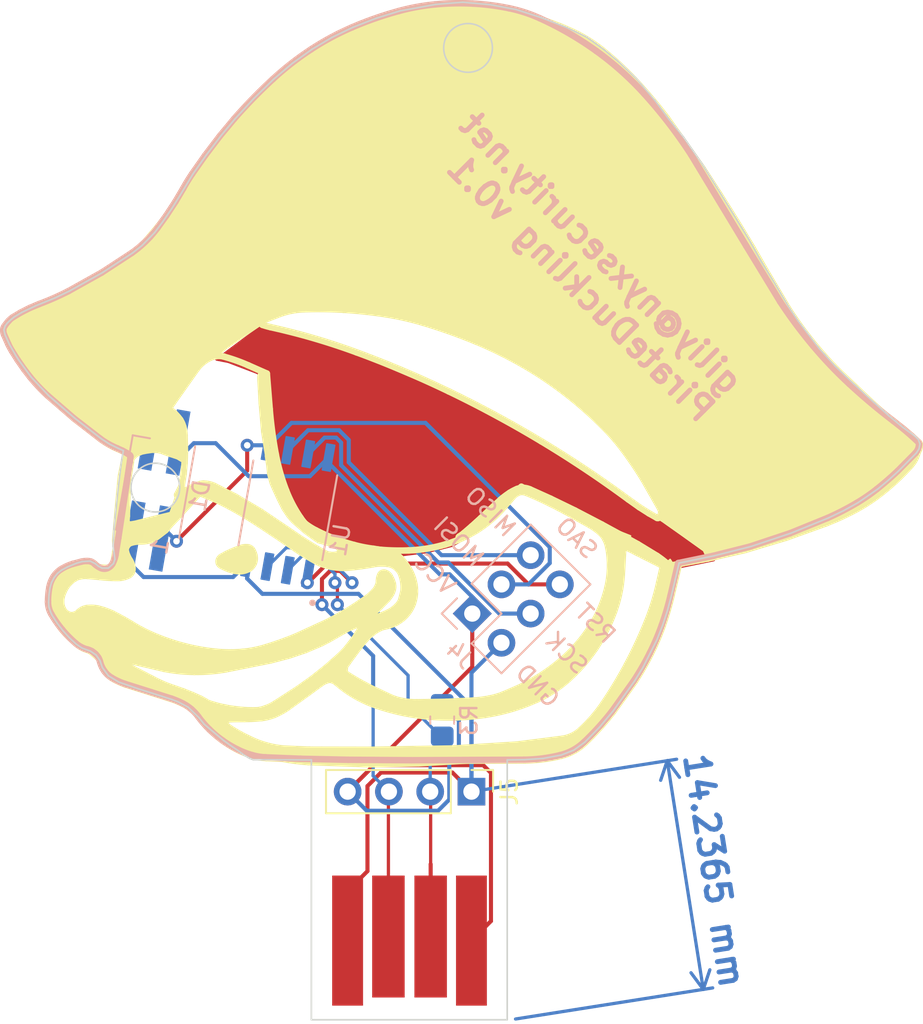
<source format=kicad_pcb>
(kicad_pcb (version 20221018) (generator pcbnew)
  (layers (0 "F.Cu" signal) (31 "B.Cu" signal) (34 "B.Paste" user) (35 "F.Paste" user) (36 "B.SilkS" user "B.Silkscreen") (37 "F.SilkS" user "F.Silkscreen") (38 "B.Mask" user) (39 "F.Mask" user) (44 "Edge.Cuts" user))
  (net 0 "")
  (net 1 "Vcc")
  (net 2 "GND")
  (net 3 "Connector-D+")
  (net 4 "Connector-D-")
  (net 5 "DATA")
  (net 6 "RST")
  (net 7 "MISO")
  (net 8 "SCK")
  (footprint "Connector_PinHeader_2.54mm:PinHeader_1x04_P2.54mm_Vertical" (layer "F.Cu") (at 165.6 98.25 -90)
    (fp_text reference "J5")
    (fp_text value "Conn_01x04_Pin")
  )
  (footprint "Connectors:usb-PCB" (layer "F.Cu") (at 161.7888 112.3125)
    (fp_text reference "J1" hide)
    (fp_text value "USB_A" hide)
  )
  (footprint "SOIC127P798X216-8N:SOIC127P798X216-8N" (layer "B.Cu") (at 154.3 80.948 80)
    (fp_text reference "U1")
    (fp_text value "ATTINY85-20SU")
  )
  (footprint "LED_SMD:LED_SK6812MINI_PLCC4_3.5x3.5mm_P1.75mm" (layer "B.Cu") (at 146.165591 79.578529 80)
    (fp_text reference "D1")
    (fp_text value "SK6812MINI")
  )
  (footprint "Resistor_SMD:R_0805_2012Metric_Pad1.20x1.40mm_HandSolder" (layer "B.Cu") (at 163.8 93.85 90)
    (fp_text reference "R3")
    (fp_text value "R")
  )
  (footprint "Connector_PinHeader_2.54mm:PinHeader_2x03_P2.54mm_Vertical" (layer "B.Cu") (at 165.65 87.3 -45)
    (fp_text reference "J4")
    (fp_text value "Conn_02x03_Odd_Even")
  )
  (gr_poly (pts (xy 149.917767 71.673876) (xy 152.687941 69.611355) (xy 158.521087 71.445066) (xy 164.197311 73.846992) (xy 169.895296 76.921962) (xy 172.614595 78.644868) (xy 175.249686 80.493999) (xy 177.008355 81.627585) (xy 177.131039 81.609851) (xy 180.507739 84.01247) (xy 177.842682 84.557514) (xy 173.505257 82.16724) (xy 169.453677 80.169056) (xy 168.674444 79.718666) (xy 166.84094 81.524319) (xy 165.560034 82.432529) (xy 164.432582 83.118741) (xy 162.885682 83.51003) (xy 160.981647 83.748029) (xy 158.36521 83.56211) (xy 156.038247 82.785692) (xy 154.199602 81.007196) (xy 153.262258 78.987513) (xy 153.104182 77.759341) (xy 153.104182 76.082941) (xy 152.900982 74.355741) (xy 152.756569 72.79217) (xy 152.428806 72.496948) (xy 150.640382 71.815741)) (stroke (width 0.15)) (fill solid) (layer "F.Cu"))
  (gr_line (start 144.383906 77.425893) (end 144.578166 77.557705) (stroke (width 0.4)) (layer "B.SilkS"))
  (gr_arc (start 139.88889 85.021991) (mid 140.097618 84.767654) (end 140.356448 84.564521) (stroke (width 0.4)) (layer "B.SilkS"))
  (gr_arc (start 141.942621 84.064523) (mid 142.072072 84.074369) (end 142.197927 84.10623) (stroke (width 0.4)) (layer "B.SilkS"))
  (gr_arc (start 174.260272 93.2909) (mid 173.428195 94.282195) (end 172.523077 95.207278) (stroke (width 0.4)) (layer "B.SilkS"))
  (gr_arc (start 139.628419 85.671199) (mid 139.726652 85.333755) (end 139.88889 85.021991) (stroke (width 0.4)) (layer "B.SilkS"))
  (gr_line (start 185.195389 82.359493) (end 187.517565 81.417062) (stroke (width 0.4)) (layer "B.SilkS"))
  (gr_arc (start 148.371525 93.185347) (mid 148.595861 93.403078) (end 148.79498 93.644086) (stroke (width 0.4)) (layer "B.SilkS"))
  (gr_arc (start 140.809251 67.463721) (mid 139.919969 67.887284) (end 139.00755 68.258389) (stroke (width 0.4)) (layer "B.SilkS"))
  (gr_line (start 180.458787 83.752333) (end 182.729018 83.181179) (stroke (width 0.4)) (layer "B.SilkS"))
  (gr_arc (start 177.85158 86.178177) (mid 177.603739 87.110666) (end 177.303993 88.027789) (stroke (width 0.4)) (layer "B.SilkS"))
  (gr_line (start 144.213957 80.398147) (end 143.8708 82.644558) (stroke (width 0.4)) (layer "B.SilkS"))
  (gr_line (start 182.504144 64.681272) (end 179.120318 59.083733) (stroke (width 0.4)) (layer "B.SilkS"))
  (gr_arc (start 139.525394 73.897361) (mid 138.970358 73.350846) (end 138.455553 72.766278) (stroke (width 0.4)) (layer "B.SilkS"))
  (gr_arc (start 190.537201 79.648348) (mid 189.947611 80.084893) (end 189.329911 80.480666) (stroke (width 0.4)) (layer "B.SilkS"))
  (gr_line (start 144.280607 91.624109) (end 145.903588 92.137422) (stroke (width 0.4)) (layer "B.SilkS"))
  (gr_arc (start 144.280607 91.624109) (mid 143.863368 91.458655) (end 143.465954 91.250027) (stroke (width 0.4)) (layer "B.SilkS"))
  (gr_arc (start 143.516197 84.224774) (mid 143.38479 84.391886) (end 143.204581 84.504672) (stroke (width 0.4)) (layer "B.SilkS"))
  (gr_arc (start 193.1385 76.871874) (mid 193.082384 77.16799) (end 192.921783 77.423017) (stroke (width 0.4)) (layer "B.SilkS"))
  (gr_line (start 136.844536 70.152204) (end 137.100948 70.728101) (stroke (width 0.4)) (layer "B.SilkS"))
  (gr_line (start 191.819551 78.535414) (end 192.921783 77.423017) (stroke (width 0.4)) (layer "B.SilkS"))
  (gr_arc (start 151.19222 95.649692) (mid 150.734109 95.398239) (end 150.296984 95.111854) (stroke (width 0.4)) (layer "B.SilkS"))
  (gr_line (start 145.903588 92.137422) (end 147.133617 92.528354) (stroke (width 0.4)) (layer "B.SilkS"))
  (gr_line (start 137.865364 68.783518) (end 137.392173 69.067847) (stroke (width 0.4)) (layer "B.SilkS"))
  (gr_arc (start 144.124261 77.282187) (mid 144.255818 77.350906) (end 144.383906 77.425893) (stroke (width 0.4)) (layer "B.SilkS"))
  (gr_arc (start 137.333502 71.159902) (mid 137.211931 70.946853) (end 137.100948 70.728101) (stroke (width 0.4)) (layer "B.SilkS"))
  (gr_arc (start 146.266732 63.595076) (mid 146.045772 63.874217) (end 145.811113 64.141945) (stroke (width 0.4)) (layer "B.SilkS"))
  (gr_arc (start 189.329911 80.480666) (mid 188.437593 80.97568) (end 187.517565 81.417062) (stroke (width 0.4)) (layer "B.SilkS"))
  (gr_line (start 144.693487 65.121085) (end 142.845676 66.327661) (stroke (width 0.4)) (layer "B.SilkS"))
  (gr_line (start 192.673548 76.363224) (end 192.162235 75.925208) (stroke (width 0.4)) (layer "B.SilkS"))
  (gr_line (start 184.601625 68.125012) (end 182.504144 64.681272) (stroke (width 0.4)) (layer "B.SilkS"))
  (gr_line (start 149.213022 59.119021) (end 148.409772 60.26253) (stroke (width 0.4)) (layer "B.SilkS"))
  (gr_arc (start 147.133617 92.528354) (mid 147.506505 92.671114) (end 147.867396 92.841948) (stroke (width 0.4)) (layer "B.SilkS"))
  (gr_line (start 177.85158 86.178177) (end 178.320074 84.192733) (stroke (width 0.4)) (layer "B.SilkS"))
  (gr_arc (start 142.242733 89.615274) (mid 142.361001 89.695475) (end 142.468477 89.789647) (stroke (width 0.4)) (layer "B.SilkS"))
  (gr_arc (start 191.819551 78.535414) (mid 191.190531 79.105886) (end 190.537201 79.648348) (stroke (width 0.4)) (layer "B.SilkS"))
  (gr_arc (start 167.919169 50.071526) (mid 168.880204 50.326645) (end 169.807136 50.686469) (stroke (width 0.4)) (layer "B.SilkS"))
  (gr_arc (start 155.729305 52.5986) (mid 156.959423 51.867364) (end 158.248314 51.245549) (stroke (width 0.4)) (layer "B.SilkS"))
  (gr_arc (start 186.625493 70.840218) (mid 185.573791 69.512257) (end 184.601625 68.125012) (stroke (width 0.4)) (layer "B.SilkS"))
  (gr_arc (start 147.860807 61.158665) (mid 148.125491 60.704595) (end 148.409772 60.26253) (stroke (width 0.4)) (layer "B.SilkS"))
  (gr_line (start 139.525394 73.897361) (end 141.133486 75.289161) (stroke (width 0.4)) (layer "B.SilkS"))
  (gr_line (start 138.427912 68.499458) (end 137.865364 68.783518) (stroke (width 0.4)) (layer "B.SilkS"))
  (gr_arc (start 165.683986 49.784136) (mid 166.807055 49.885231) (end 167.919169 50.071526) (stroke (width 0.4)) (layer "B.SilkS"))
  (gr_arc (start 140.356448 84.564521) (mid 140.700205 84.381177) (end 141.065183 84.244885) (stroke (width 0.4)) (layer "B.SilkS"))
  (gr_arc (start 173.288158 52.702454) (mid 174.829453 53.940269) (end 176.232664 55.332668) (stroke (width 0.4)) (layer "B.SilkS"))
  (gr_line (start 146.823673 62.820306) (end 146.266732 63.595076) (stroke (width 0.4)) (layer "B.SilkS"))
  (gr_line (start 150.983121 56.888568) (end 150.114228 57.933841) (stroke (width 0.4)) (layer "B.SilkS"))
  (gr_arc (start 145.811113 64.141945) (mid 145.278426 64.661336) (end 144.693487 65.121085) (stroke (width 0.4)) (layer "B.SilkS"))
  (gr_line (start 141.588755 84.106477) (end 141.065183 84.244885) (stroke (width 0.4)) (layer "B.SilkS"))
  (gr_line (start 147.384206 61.966618) (end 146.823673 62.820306) (stroke (width 0.4)) (layer "B.SilkS"))
  (gr_arc (start 191.555683 75.447135) (mid 190.176513 74.34312) (end 188.851558 73.174593) (stroke (width 0.4)) (layer "B.SilkS"))
  (gr_arc (start 149.480156 94.429923) (mid 149.121559 94.050963) (end 148.79498 93.644086) (stroke (width 0.4)) (layer "B.SilkS"))
  (gr_arc (start 136.864577 69.62701) (mid 136.987274 69.458319) (end 137.121655 69.298779) (stroke (width 0.4)) (layer "B.SilkS"))
  (gr_arc (start 150.296984 95.111854) (mid 149.875497 94.786548) (end 149.480156 94.429923) (stroke (width 0.4)) (layer "B.SilkS"))
  (gr_arc (start 193.083152 76.74265) (mid 193.124095 76.801582) (end 193.1385 76.871874) (stroke (width 0.4)) (layer "B.SilkS"))
  (gr_arc (start 140.419771 88.287261) (mid 140.063414 87.82135) (end 139.747322 87.327235) (stroke (width 0.4)) (layer "B.SilkS"))
  (gr_arc (start 142.812462 84.505473) (mid 142.591097 84.389338) (end 142.397452 84.231252) (stroke (width 0.4)) (layer "B.SilkS"))
  (gr_line (start 182.729018 83.181179) (end 185.195389 82.359493) (stroke (width 0.4)) (layer "B.SilkS"))
  (gr_arc (start 150.983121 56.888568) (mid 152.146768 55.627571) (end 153.377075 54.431522) (stroke (width 0.4)) (layer "B.SilkS"))
  (gr_arc (start 142.468477 89.789647) (mid 142.563138 89.895977) (end 142.643911 90.013204) (stroke (width 0.4)) (layer "B.SilkS"))
  (gr_arc (start 158.248314 51.245549) (mid 159.676179 50.690612) (end 161.139736 50.238112) (stroke (width 0.4)) (layer "B.SilkS"))
  (gr_arc (start 141.99228 89.512326) (mid 141.600545 89.364352) (end 141.253012 89.130746) (stroke (width 0.4)) (layer "B.SilkS"))
  (gr_arc (start 136.789699 69.865777) (mid 136.809733 69.740934) (end 136.864577 69.62701) (stroke (width 0.4)) (layer "B.SilkS"))
  (gr_line (start 137.333502 71.159902) (end 137.680049 71.706765) (stroke (width 0.4)) (layer "B.SilkS"))
  (gr_arc (start 142.643911 90.013204) (mid 142.704419 90.133089) (end 142.746632 90.260572) (stroke (width 0.4)) (layer "B.SilkS"))
  (gr_line (start 174.260272 93.2909) (end 175.575766 91.454042) (stroke (width 0.4)) (layer "B.SilkS"))
  (gr_arc (start 144.578166 77.557705) (mid 144.606799 77.592763) (end 144.615359 77.637215) (stroke (width 0.4)) (layer "B.SilkS"))
  (gr_arc (start 169.807136 50.686469) (mid 171.597704 51.608028) (end 173.288158 52.702454) (stroke (width 0.4)) (layer "B.SilkS"))
  (gr_arc (start 136.844536 70.152204) (mid 136.802483 70.011792) (end 136.789699 69.865777) (stroke (width 0.4)) (layer "B.SilkS"))
  (gr_arc (start 139.747322 87.327235) (mid 139.596099 86.964913) (end 139.5445 86.575704) (stroke (width 0.4)) (layer "B.SilkS"))
  (gr_line (start 152.920357 96.140019) (end 155.093774 96.229035) (stroke (width 0.4)) (layer "B.SilkS"))
  (gr_arc (start 153.377075 54.431522) (mid 154.515499 53.466691) (end 155.729305 52.5986) (stroke (width 0.4)) (layer "B.SilkS"))
  (gr_arc (start 172.523077 95.207278) (mid 171.842696 95.701989) (end 171.058294 96.005917) (stroke (width 0.4)) (layer "B.SilkS"))
  (gr_line (start 193.083152 76.74265) (end 192.673548 76.363224) (stroke (width 0.4)) (layer "B.SilkS"))
  (gr_line (start 141.133486 75.289161) (end 142.767688 76.553218) (stroke (width 0.4)) (layer "B.SilkS"))
  (gr_arc (start 143.013135 90.834855) (mid 142.852724 90.560317) (end 142.746632 90.260572) (stroke (width 0.4)) (layer "B.SilkS"))
  (gr_line (start 150.114228 57.933841) (end 149.213022 59.119021) (stroke (width 0.4)) (layer "B.SilkS"))
  (gr_arc (start 188.851558 73.174593) (mid 187.702014 72.042223) (end 186.625493 70.840218) (stroke (width 0.4)) (layer "B.SilkS"))
  (gr_arc (start 142.197927 84.10623) (mid 142.304773 84.157436) (end 142.397452 84.231252) (stroke (width 0.4)) (layer "B.SilkS"))
  (gr_line (start 138.072913 72.271207) (end 138.455553 72.766278) (stroke (width 0.4)) (layer "B.SilkS"))
  (gr_line (start 158.007222 96.291827) (end 161.8965 96.318243) (stroke (width 0.4)) (layer "B.SilkS"))
  (gr_line (start 144.581459 77.964171) (end 144.213957 80.398147) (stroke (width 0.4)) (layer "B.SilkS"))
  (gr_line (start 155.093774 96.229035) (end 158.007222 96.291827) (stroke (width 0.4)) (layer "B.SilkS"))
  (gr_arc (start 143.465954 91.250027) (mid 143.218126 91.065802) (end 143.013135 90.834855) (stroke (width 0.4)) (layer "B.SilkS"))
  (gr_line (start 143.814599 77.142059) (end 144.124261 77.282187) (stroke (width 0.4)) (layer "B.SilkS"))
  (gr_arc (start 139.5445 86.575704) (mid 139.565524 86.121509) (end 139.628419 85.671199) (stroke (width 0.4)) (layer "B.SilkS"))
  (gr_arc (start 141.588755 84.106477) (mid 141.764556 84.075953) (end 141.942621 84.064523) (stroke (width 0.4)) (layer "B.SilkS"))
  (gr_line (start 143.8708 82.644558) (end 143.696997 83.7024) (stroke (width 0.4)) (layer "B.SilkS"))
  (gr_arc (start 143.204581 84.504672) (mid 143.008597 84.543245) (end 142.812462 84.505473) (stroke (width 0.4)) (layer "B.SilkS"))
  (gr_arc (start 144.615359 77.637215) (mid 144.602181 77.801084) (end 144.581459 77.964171) (stroke (width 0.4)) (layer "B.SilkS"))
  (gr_arc (start 176.232664 55.332668) (mid 177.752256 57.149875) (end 179.120318 59.083733) (stroke (width 0.4)) (layer "B.SilkS"))
  (gr_arc (start 141.99228 89.512326) (mid 142.121223 89.554758) (end 142.242733 89.615274) (stroke (width 0.4)) (layer "B.SilkS"))
  (gr_arc (start 177.303993 88.027789) (mid 176.961962 88.897093) (end 176.566885 89.74361) (stroke (width 0.4)) (layer "B.SilkS"))
  (gr_arc (start 141.253012 89.130746) (mid 140.818576 88.726602) (end 140.419771 88.287261) (stroke (width 0.4)) (layer "B.SilkS"))
  (gr_line (start 142.845676 66.327661) (end 140.809251 67.463721) (stroke (width 0.4)) (layer "B.SilkS"))
  (gr_arc (start 147.867396 92.841948) (mid 148.12957 92.998806) (end 148.371525 93.185347) (stroke (width 0.4)) (layer "B.SilkS"))
  (gr_arc (start 143.814599 77.142059) (mid 143.273506 76.878996) (end 142.767688 76.553218) (stroke (width 0.4)) (layer "B.SilkS"))
  (gr_line (start 161.8965 96.318243) (end 168.818242 96.288593) (stroke (width 0.4)) (layer "B.SilkS"))
  (gr_arc (start 137.121655 69.298779) (mid 137.249482 69.174607) (end 137.392173 69.067847) (stroke (width 0.4)) (layer "B.SilkS"))
  (gr_arc (start 152.110812 96.006251) (mid 151.643244 95.849283) (end 151.19222 95.649692) (stroke (width 0.4)) (layer "B.SilkS"))
  (gr_arc (start 171.058294 96.005917) (mid 169.946376 96.211506) (end 168.818242 96.288593) (stroke (width 0.4)) (layer "B.SilkS"))
  (gr_line (start 137.680049 71.706765) (end 138.072913 72.271207) (stroke (width 0.4)) (layer "B.SilkS"))
  (gr_line (start 139.00755 68.258389) (end 138.427912 68.499458) (stroke (width 0.4)) (layer "B.SilkS"))
  (gr_arc (start 163.344357 49.836211) (mid 164.513209 49.766907) (end 165.683986 49.784136) (stroke (width 0.4)) (layer "B.SilkS"))
  (gr_line (start 178.320074 84.192733) (end 180.458787 83.752333) (stroke (width 0.4)) (layer "B.SilkS"))
  (gr_line (start 147.860807 61.158665) (end 147.384206 61.966618) (stroke (width 0.4)) (layer "B.SilkS"))
  (gr_arc (start 143.696997 83.7024) (mid 143.627592 83.970854) (end 143.516197 84.224774) (stroke (width 0.4)) (layer "B.SilkS"))
  (gr_line (start 192.162235 75.925208) (end 191.555683 75.447135) (stroke (width 0.4)) (layer "B.SilkS"))
  (gr_arc (start 176.566885 89.74361) (mid 176.095964 90.613103) (end 175.575766 91.454042) (stroke (width 0.4)) (layer "B.SilkS"))
  (gr_arc (start 161.139736 50.238112) (mid 162.233589 49.990767) (end 163.344357 49.836211) (stroke (width 0.4)) (layer "B.SilkS"))
  (gr_arc (start 152.920357 96.140019) (mid 152.511777 96.09618) (end 152.110812 96.006251) (stroke (width 0.4)) (layer "B.SilkS"))
  (gr_arc (start 152.694959 69.398214) (mid 152.787711 69.294204) (end 152.907327 69.222699) (stroke (width 0.4)) (layer "F.SilkS"))
  (gr_line (start 180.1357 83.917267) (end 182.418882 83.394751) (stroke (width 0.4)) (layer "F.SilkS"))
  (gr_arc (start 147.791275 79.310517) (mid 147.746687 79.474104) (end 147.678118 79.629175) (stroke (width 0.4)) (layer "F.SilkS"))
  (gr_arc (start 157.716067 68.615795) (mid 159.026766 68.724398) (end 160.330802 68.895324) (stroke (width 0.4)) (layer "F.SilkS"))
  (gr_arc (start 160.377498 84.227273) (mid 160.688839 84.30134) (end 160.965549 84.462117) (stroke (width 0.4)) (layer "F.SilkS"))
  (gr_line (start 144.794958 82.047834) (end 145.429958 81.844471) (stroke (width 0.4)) (layer "F.SilkS"))
  (gr_arc (start 143.069105 90.881851) (mid 142.908694 90.607313) (end 142.802602 90.307568) (stroke (width 0.4)) (layer "F.SilkS"))
  (gr_arc (start 146.191958 81.844471) (mid 146.178595 81.898475) (end 146.14159 81.940016) (stroke (width 0.4)) (layer "F.SilkS"))
  (gr_arc (start 150.74332 84.593216) (mid 150.455889 84.478926) (end 150.179342 84.340358) (stroke (width 0.4)) (layer "F.SilkS"))
  (gr_arc (start 177.90755 86.225173) (mid 177.659709 87.157662) (end 177.359963 88.074785) (stroke (width 0.4)) (layer "F.SilkS"))
  (gr_arc (start 170.946633 95.734322) (mid 169.920675 95.912996) (end 168.887385 96.04271) (stroke (width 0.4)) (layer "F.SilkS"))
  (gr_arc (start 191.875521 78.58241) (mid 191.246501 79.152882) (end 190.593171 79.695344) (stroke (width 0.4)) (layer "F.SilkS"))
  (gr_arc (start 142.524447 89.836643) (mid 142.619108 89.942973) (end 142.699881 90.0602) (stroke (width 0.4)) (layer "F.SilkS"))
  (gr_line (start 157.734915 90.661128) (end 157.986392 90.30375) (stroke (width 0.4)) (layer "F.SilkS"))
  (gr_arc (start 150.67894 94.308238) (mid 150.576586 94.22896) (end 150.486854 94.135633) (stroke (width 0.4)) (layer "F.SilkS"))
  (gr_arc (start 186.503284 70.513789) (mid 185.749824 69.520998) (end 185.050247 68.489529) (stroke (width 0.4)) (layer "F.SilkS"))
  (gr_arc (start 140.865221 67.510717) (mid 139.975939 67.93428) (end 139.06352 68.305385) (stroke (width 0.4)) (layer "F.SilkS"))
  (gr_arc (start 140.387018 86.268046) (mid 140.437121 86.105585) (end 140.499766 85.947536) (stroke (width 0.4)) (layer "F.SilkS"))
  (gr_line (start 181.920653 63.211828) (end 180.841305 61.491473) (stroke (width 0.4)) (layer "F.SilkS"))
  (gr_line (start 165.951017 82.00703) (end 166.49133 81.60831) (stroke (width 0.4)) (layer "F.SilkS"))
  (gr_arc (start 142.699881 90.0602) (mid 142.760389 90.180085) (end 142.802602 90.307568) (stroke (width 0.4)) (layer "F.SilkS"))
  (gr_arc (start 158.38988 83.083197) (mid 157.762733 82.898623) (end 157.146237 82.681106) (stroke (width 0.4)) (layer "F.SilkS"))
  (gr_line (start 164.070795 92.72396) (end 162.240269 92.756187) (stroke (width 0.4)) (layer "F.SilkS"))
  (gr_line (start 136.900506 70.1992) (end 137.156918 70.775097) (stroke (width 0.4)) (layer "F.SilkS"))
  (gr_arc (start 140.664705 85.640913) (mid 140.755809 85.514452) (end 140.859944 85.398485) (stroke (width 0.4)) (layer "F.SilkS"))
  (gr_arc (start 174.316242 93.337896) (mid 173.484165 94.329191) (end 172.579047 95.254274) (stroke (width 0.4)) (layer "F.SilkS"))
  (gr_arc (start 146.128458 81.61579) (mid 146.142185 81.615467) (end 146.152825 81.624152) (stroke (width 0.4)) (layer "F.SilkS"))
  (gr_arc (start 156.193953 82.46209) (mid 155.582538 81.991519) (end 155.082344 81.404093) (stroke (width 0.4)) (layer "F.SilkS"))
  (gr_line (start 144.413958 80.585054) (end 144.395297 81.302363) (stroke (width 0.4)) (layer "F.SilkS"))
  (gr_arc (start 177.792086 86.407278) (mid 177.395339 87.636643) (end 176.914221 88.835506) (stroke (width 0.4)) (layer "F.SilkS"))
  (gr_arc (start 152.166782 96.053247) (mid 151.699214 95.896279) (end 151.24819 95.696688) (stroke (width 0.4)) (layer "F.SilkS"))
  (gr_line (start 152.700063 74.393837) (end 152.850196 76.10602) (stroke (width 0.4)) (layer "F.SilkS"))
  (gr_line (start 173.623958 81.823709) (end 171.970449 80.962064) (stroke (width 0.4)) (layer "F.SilkS"))
  (gr_arc (start 158.852352 87.967295) (mid 158.862896 88.043799) (end 158.841671 88.118051) (stroke (width 0.4)) (layer "F.SilkS"))
  (gr_arc (start 155.993845 82.473082) (mid 155.796191 82.335059) (end 155.605747 82.187247) (stroke (width 0.4)) (layer "F.SilkS"))
  (gr_arc (start 144.586135 84.031121) (mid 144.449524 83.785069) (end 144.347728 83.522692) (stroke (width 0.4)) (layer "F.SilkS"))
  (gr_arc (start 137.177625 69.345775) (mid 137.305452 69.221603) (end 137.448143 69.114843) (stroke (width 0.4)) (layer "F.SilkS"))
  (gr_arc (start 159.756629 92.959616) (mid 158.465462 92.37455) (end 157.309789 91.553677) (stroke (width 0.4)) (layer "F.SilkS"))
  (gr_line (start 150.173014 80.432348) (end 150.744471 80.728467) (stroke (width 0.4)) (layer "F.SilkS"))
  (gr_arc (start 176.399275 87.814439) (mid 175.818519 89.147101) (end 175.168157 90.447215) (stroke (width 0.4)) (layer "F.SilkS"))
  (gr_arc (start 192.646821 78.164554) (mid 192.169455 78.676567) (end 191.665536 79.16247) (stroke (width 0.4)) (layer "F.SilkS"))
  (gr_arc (start 145.152202 77.317166) (mid 145.085284 77.355183) (end 145.008332 77.354616) (stroke (width 0.4)) (layer "F.SilkS"))
  (gr_line (start 158.349012 88.906288) (end 157.992441 89.366893) (stroke (width 0.4)) (layer "F.SilkS"))
  (gr_arc (start 139.684389 85.718195) (mid 139.782622 85.380751) (end 139.94486 85.068987) (stroke (width 0.4)) (layer "F.SilkS"))
  (gr_arc (start 160.554384 84.992023) (mid 160.675501 85.219451) (end 160.759883 85.462911) (stroke (width 0.4)) (layer "F.SilkS"))
  (gr_arc (start 142.04825 89.559322) (mid 142.177193 89.601754) (end 142.298703 89.66227) (stroke (width 0.4)) (layer "F.SilkS"))
  (gr_arc (start 144.744055 84.563252) (mid 144.685466 84.780009) (end 144.525158 84.937251) (stroke (width 0.4)) (layer "F.SilkS"))
  (gr_arc (start 157.146237 82.681106) (mid 156.577082 82.445264) (end 156.02157 82.178872) (stroke (width 0.4)) (layer "F.SilkS"))
  (gr_arc (start 154.200765 79.733737) (mid 153.829634 78.631144) (end 153.561188 77.499161) (stroke (width 0.4)) (layer "F.SilkS"))
  (gr_arc (start 162.6097 69.409593) (mid 164.263961 69.949601) (end 165.88817 70.574209) (stroke (width 0.4)) (layer "F.SilkS"))
  (gr_arc (start 137.482842 71.310271) (mid 137.18188 70.741126) (end 137.133009 70.099163) (stroke (width 0.4)) (layer "F.SilkS"))
  (gr_line (start 165.725361 92.64908) (end 164.070795 92.72396) (stroke (width 0.4)) (layer "F.SilkS"))
  (gr_arc (start 157.668245 90.780258) (mid 157.698664 90.719061) (end 157.734915 90.661128) (stroke (width 0.4)) (layer "F.SilkS"))
  (gr_line (start 146.708141 76.704978) (end 145.954324 75.875471) (stroke (width 0.4)) (layer "F.SilkS"))
  (gr_line (start 137.736019 71.753761) (end 138.128883 72.318203) (stroke (width 0.4)) (layer "F.SilkS"))
  (gr_line (start 147.14373 76.15151) (end 147.309761 76.522244) (stroke (width 0.4)) (layer "F.SilkS"))
  (gr_arc (start 173.660397 52.654158) (mid 174.649071 53.503924) (end 175.578432 54.418181) (stroke (width 0.4)) (layer "F.SilkS"))
  (gr_arc (start 177.359963 88.074785) (mid 177.017932 88.944089) (end 176.622855 89.790606) (stroke (width 0.4)) (layer "F.SilkS"))
  (gr_line (start 151.861813 72.029894) (end 153.009835 72.537719) (stroke (width 0.4)) (layer "F.SilkS"))
  (gr_arc (start 161.195706 50.285108) (mid 162.289559 50.037763) (end 163.400327 49.883207) (stroke (width 0.4)) (layer "F.SilkS"))
  (gr_line (start 175.929271 80.757298) (end 175.256704 80.280858) (stroke (width 0.4)) (layer "F.SilkS"))
  (gr_arc (start 141.577248 89.243194) (mid 141.75497 89.34124) (end 141.926053 89.450457) (stroke (width 0.4)) (layer "F.SilkS"))
  (gr_line (start 155.909397 83.210248) (end 155.111033 82.71429) (stroke (width 0.4)) (layer "F.SilkS"))
  (gr_arc (start 177.013881 83.749699) (mid 177.357886 83.996161) (end 177.68409 84.265744) (stroke (width 0.4)) (layer "F.SilkS"))
  (gr_line (start 183.570548 65.9954) (end 182.894915 64.815647) (stroke (width 0.4)) (layer "F.SilkS"))
  (gr_line (start 159.385591 96.57144) (end 162.356297 96.51067) (stroke (width 0.4)) (layer "F.SilkS"))
  (gr_arc (start 158.74475 87.915498) (mid 158.809171 87.91935) (end 158.852352 87.967295) (stroke (width 0.4)) (layer "F.SilkS"))
  (gr_line (start 166.178524 81.426469) (end 165.622803 81.929779) (stroke (width 0.4)) (layer "F.SilkS"))
  (gr_arc (start 143.679283 83.505925) (mid 143.716349 83.308909) (end 143.762949 83.113929) (stroke (width 0.4)) (layer "F.SilkS"))
  (gr_arc (start 155.785275 52.645596) (mid 157.015393 51.91436) (end 158.304284 51.292545) (stroke (width 0.4)) (layer "F.SilkS"))
  (gr_arc (start 146.322702 63.642072) (mid 146.101742 63.921213) (end 145.867083 64.188941) (stroke (width 0.4)) (layer "F.SilkS"))
  (gr_arc (start 164.204329 73.633851) (mid 167.088928 75.105356) (end 169.902314 76.708821) (stroke (width 0.4)) (layer "F.SilkS"))
  (gr_arc (start 142.868432 84.552469) (mid 142.647067 84.436334) (end 142.453422 84.278248) (stroke (width 0.4)) (layer "F.SilkS"))
  (gr_arc (start 146.702838 74.636662) (mid 146.79202 74.644521) (end 146.877868 74.66993) (stroke (width 0.4)) (layer "F.SilkS"))
  (gr_arc (start 166.000565 82.12673) (mid 165.048686 82.64836) (end 164.033398 83.032236) (stroke (width 0.4)) (layer "F.SilkS"))
  (gr_line (start 148.891184 92.521421) (end 148.40926 92.305815) (stroke (width 0.4)) (layer "F.SilkS"))
  (gr_arc (start 147.189587 92.57535) (mid 147.562475 92.71811) (end 147.923366 92.888944) (stroke (width 0.4)) (layer "F.SilkS"))
  (gr_arc (start 141.088699 87.388448) (mid 140.900551 87.385117) (end 140.725166 87.316919) (stroke (width 0.4)) (layer "F.SilkS"))
  (gr_arc (start 137.798383 69.09438) (mid 139.102478 68.369419) (end 140.438339 67.70481) (stroke (width 0.4)) (layer "F.SilkS"))
  (gr_arc (start 165.739956 49.831132) (mid 166.863025 49.932227) (end 167.975139 50.118522) (stroke (width 0.4)) (layer "F.SilkS"))
  (gr_arc (start 191.779963 75.725755) (mid 192.182012 76.113841) (end 192.564709 76.521023) (stroke (width 0.4)) (layer "F.SilkS"))
  (gr_arc (start 158.026605 84.474888) (mid 157.50301 84.484547) (end 156.983249 84.420576) (stroke (width 0.4)) (layer "F.SilkS"))
  (gr_line (start 144.637429 78.011167) (end 144.269927 80.445143) (stroke (width 0.4)) (layer "F.SilkS"))
  (gr_line (start 152.508453 81.78768) (end 153.287961 82.301883) (stroke (width 0.4)) (layer "F.SilkS"))
  (gr_arc (start 147.684551 75.391894) (mid 147.790778 75.582968) (end 147.863666 75.789076) (stroke (width 0.4)) (layer "F.SilkS"))
  (gr_arc (start 136.900506 70.1992) (mid 136.858453 70.058788) (end 136.845669 69.912773) (stroke (width 0.4)) (layer "F.SilkS"))
  (gr_line (start 177.015373 81.414444) (end 176.520915 81.133423) (stroke (width 0.4)) (layer "F.SilkS"))
  (gr_arc (start 144.586135 84.031121) (mid 144.7035 84.285789) (end 144.744055 84.563252) (stroke (width 0.4)) (layer "F.SilkS"))
  (gr_arc (start 176.914221 88.835506) (mid 176.280472 90.147716) (end 175.560153 91.414473) (stroke (width 0.4)) (layer "F.SilkS"))
  (gr_line (start 153.287961 82.301883) (end 154.102838 82.848917) (stroke (width 0.4)) (layer "F.SilkS"))
  (gr_line (start 155.149744 96.276031) (end 158.063192 96.338823) (stroke (width 0.4)) (layer "F.SilkS"))
  (gr_arc (start 140.809141 84.459284) (mid 141.049336 84.41678) (end 141.292846 84.402507) (stroke (width 0.4)) (layer "F.SilkS"))
  (gr_arc (start 162.982746 93.637405) (mid 161.348938 93.397275) (end 159.756629 92.959616) (stroke (width 0.4)) (layer "F.SilkS"))
  (gr_arc (start 143.572167 84.27177) (mid 143.44076 84.438882) (end 143.260551 84.551668) (stroke (width 0.4)) (layer "F.SilkS"))
  (gr_arc (start 154.077953 95.602391) (mid 153.573611 95.539327) (end 153.076754 95.432221) (stroke (width 0.4)) (layer "F.SilkS"))
  (gr_arc (start 141.433831 87.212198) (mid 141.275185 87.327585) (end 141.088699 87.388448) (stroke (width 0.4)) (layer "F.SilkS"))
  (gr_line (start 158.841671 88.118051) (end 158.635803 88.478886) (stroke (width 0.4)) (layer "F.SilkS"))
  (gr_arc (start 143.762949 83.113929) (mid 143.815354 82.939007) (end 143.878898 82.767816) (stroke (width 0.4)) (layer "F.SilkS"))
  (gr_arc (start 139.780288 87.139183) (mid 139.637763 86.512673) (end 139.630942 85.870193) (stroke (width 0.4)) (layer "F.SilkS"))
  (gr_arc (start 177.147378 85.419611) (mid 176.822305 86.632325) (end 176.399275 87.814439) (stroke (width 0.4)) (layer "F.SilkS"))
  (gr_line (start 144.439876 77.472889) (end 144.634136 77.604701) (stroke (width 0.4)) (layer "F.SilkS"))
  (gr_line (start 146.740869 82.16475) (end 147.49931 81.369573) (stroke (width 0.4)) (layer "F.SilkS"))
  (gr_arc (start 150.519228 93.848611) (mid 150.683977 93.809973) (end 150.852417 93.793767) (stroke (width 0.4)) (layer "F.SilkS"))
  (gr_line (start 141.189456 75.336157) (end 142.823658 76.600214) (stroke (width 0.4)) (layer "F.SilkS"))
  (gr_arc (start 156.407984 82.717904) (mid 156.197823 82.600722) (end 155.993845 82.473082) (stroke (width 0.4)) (layer "F.SilkS"))
  (gr_arc (start 145.986774 82.016421) (mid 145.875182 82.046436) (end 145.761021 82.064349) (stroke (width 0.4)) (layer "F.SilkS"))
  (gr_line (start 147.916777 61.205661) (end 147.440176 62.013614) (stroke (width 0.4)) (layer "F.SilkS"))
  (gr_arc (start 166.701947 92.524938) (mid 166.215701 92.603112) (end 165.725361 92.64908) (stroke (width 0.4)) (layer "F.SilkS"))
  (gr_arc (start 148.050182 79.739477) (mid 148.18986 79.652763) (end 148.333609 79.572979) (stroke (width 0.4)) (layer "F.SilkS"))
  (gr_arc (start 151.473133 83.252111) (mid 151.666721 83.215896) (end 151.863324 83.227462) (stroke (width 0.4)) (layer "F.SilkS"))
  (gr_line (start 146.499246 75.396492) (end 147.2427 74.295334) (stroke (width 0.4)) (layer "F.SilkS"))
  (gr_arc (start 144.249082 82.277632) (mid 144.204884 82.356598) (end 144.128596 82.405258) (stroke (width 0.4)) (layer "F.SilkS"))
  (gr_arc (start 141.644725 84.153473) (mid 141.820526 84.122949) (end 141.998591 84.111519) (stroke (width 0.4)) (layer "F.SilkS"))
  (gr_line (start 184.999975 82.619529) (end 187.434466 81.744873) (stroke (width 0.4)) (layer "F.SilkS"))
  (gr_arc (start 166.786435 50.130258) (mid 168.109212 50.328777) (end 169.412525 50.629645) (stroke (width 0.4)) (layer "F.SilkS"))
  (gr_arc (start 157.175329 88.68239) (mid 156.758068 88.920449) (end 156.329777 89.138041) (stroke (width 0.4)) (layer "F.SilkS"))
  (gr_arc (start 142.04825 89.559322) (mid 141.656515 89.411348) (end 141.308982 89.177742) (stroke (width 0.4)) (layer "F.SilkS"))
  (gr_arc (start 164.829025 82.612588) (mid 164.817375 82.609868) (end 164.816426 82.597926) (stroke (width 0.4)) (layer "F.SilkS"))
  (gr_arc (start 155.605747 82.187247) (mid 155.452006 82.050829) (end 155.309809 81.902417) (stroke (width 0.4)) (layer "F.SilkS"))
  (gr_line (start 144.454232 79.07988) (end 144.413958 80.585054) (stroke (width 0.4)) (layer "F.SilkS"))
  (gr_arc (start 175.578432 54.418181) (mid 176.631322 55.589284) (end 177.617788 56.816861) (stroke (width 0.4)) (layer "F.SilkS"))
  (gr_arc (start 144.454232 79.07988) (mid 144.502572 78.584433) (end 144.594029 78.095107) (stroke (width 0.4)) (layer "F.SilkS"))
  (gr_arc (start 144.392632 83.157339) (mid 144.525067 83.013268) (end 144.702677 82.931115) (stroke (width 0.4)) (layer "F.SilkS"))
  (gr_arc (start 158.528105 71.231925) (mid 161.395196 72.364405) (end 164.204329 73.633851) (stroke (width 0.4)) (layer "F.SilkS"))
  (gr_line (start 144.749457 65.168081) (end 142.901646 66.374657) (stroke (width 0.4)) (layer "F.SilkS"))
  (gr_arc (start 167.523025 92.290098) (mid 167.117551 92.425227) (end 166.701947 92.524938) (stroke (width 0.4)) (layer "F.SilkS"))
  (gr_arc (start 177.68409 84.265744) (mid 177.830166 84.449631) (end 177.904554 84.672379) (stroke (width 0.4)) (layer "F.SilkS"))
  (gr_line (start 182.894915 64.815647) (end 181.920653 63.211828) (stroke (width 0.4)) (layer "F.SilkS"))
  (gr_line (start 178.376044 84.239729) (end 180.514757 83.799329) (stroke (width 0.4)) (layer "F.SilkS"))
  (gr_line (start 147.488189 79.994331) (end 147.678118 79.629175) (stroke (width 0.4)) (layer "F.SilkS"))
  (gr_arc (start 160.255009 84.782291) (mid 160.425542 84.857401) (end 160.554384 84.992023) (stroke (width 0.4)) (layer "F.SilkS"))
  (gr_arc (start 143.870291 85.111419) (mid 143.314632 85.099306) (end 142.760859 85.051976) (stroke (width 0.4)) (layer "F.SilkS"))
  (gr_arc (start 167.617784 80.721227) (mid 166.859952 81.482405) (end 166.000565 82.12673) (stroke (width 0.4)) (layer "F.SilkS"))
  (gr_arc (start 146.251244 88.741582) (mid 145.439326 88.37152) (end 144.660674 87.935795) (stroke (width 0.4)) (layer "F.SilkS"))
  (gr_arc (start 161.519691 50.380784) (mid 162.806204 50.157678) (end 164.106927 50.043608) (stroke (width 0.4)) (layer "F.SilkS"))
  (gr_arc (start 160.483689 87.22959) (mid 160.079291 87.408538) (end 159.662845 87.557311) (stroke (width 0.4)) (layer "F.SilkS"))
  (gr_arc (start 193.031892 77.442241) (mid 192.881813 77.826033) (end 192.646821 78.164554) (stroke (width 0.4)) (layer "F.SilkS"))
  (gr_line (start 147.948519 78.043571) (end 147.969958 77.333445) (stroke (width 0.4)) (layer "F.SilkS"))
  (gr_arc (start 168.455543 79.876697) (mid 168.571584 79.831258) (end 168.695324 79.816482) (stroke (width 0.4)) (layer "F.SilkS"))
  (gr_arc (start 145.867083 64.188941) (mid 145.334396 64.708332) (end 144.749457 65.168081) (stroke (width 0.4)) (layer "F.SilkS"))
  (gr_arc (start 147.461009 77.085978) (mid 147.44817 77.165258) (end 147.410696 77.236296) (stroke (width 0.4)) (layer "F.SilkS"))
  (gr_line (start 172.855118 81.61106) (end 174.169432 82.297138) (stroke (width 0.4)) (layer "F.SilkS"))
  (gr_line (start 148.40926 92.305815) (end 147.865466 92.088349) (stroke (width 0.4)) (layer "F.SilkS"))
  (gr_line (start 151.083221 94.561109) (end 150.67894 94.308238) (stroke (width 0.4)) (layer "F.SilkS"))
  (gr_arc (start 145.275757 77.170652) (mid 145.217349 77.246751) (end 145.152202 77.317166) (stroke (width 0.4)) (layer "F.SilkS"))
  (gr_line (start 148.433899 60.714008) (end 147.404738 62.114365) (stroke (width 0.4)) (layer "F.SilkS"))
  (gr_arc (start 155.294218 68.585774) (mid 156.505491 68.572659) (end 157.716067 68.615795) (stroke (width 0.4)) (layer "F.SilkS"))
  (gr_arc (start 168.113847 80.093446) (mid 168.281177 79.979526) (end 168.455543 79.876697) (stroke (width 0.4)) (layer "F.SilkS"))
  (gr_line (start 190.308549 74.399624) (end 188.170756 72.382121) (stroke (width 0.4)) (layer "F.SilkS"))
  (gr_arc (start 144.671329 77.684211) (mid 144.658151 77.84808) (end 144.637429 78.011167) (stroke (width 0.4)) (layer "F.SilkS"))
  (gr_arc (start 136.920547 69.674006) (mid 137.043244 69.505315) (end 137.177625 69.345775) (stroke (width 0.4)) (layer "F.SilkS"))
  (gr_arc (start 154.96862 81.479855) (mid 154.973934 81.462796) (end 154.991804 81.463102) (stroke (width 0.4)) (layer "F.SilkS"))
  (gr_arc (start 167.402845 80.28566) (mid 167.666108 80.073344) (end 167.943058 79.87922) (stroke (width 0.4)) (layer "F.SilkS"))
  (gr_line (start 168.543958 91.852736) (end 167.523025 92.290098) (stroke (width 0.4)) (layer "F.SilkS"))
  (gr_line (start 174.169432 82.297138) (end 175.364353 82.934858) (stroke (width 0.4)) (layer "F.SilkS"))
  (gr_arc (start 167.394976 80.764971) (mid 167.564148 80.578127) (end 167.743161 80.400689) (stroke (width 0.4)) (layer "F.SilkS"))
  (gr_arc (start 161.314327 84.976211) (mid 161.402387 85.368974) (end 161.431958 85.770401) (stroke (width 0.4)) (layer "F.SilkS"))
  (gr_arc (start 161.325989 86.366153) (mid 161.200007 86.621004) (end 161.022723 86.843241) (stroke (width 0.4)) (layer "F.SilkS"))
  (gr_line (start 182.560114 64.728268) (end 179.176288 59.130729) (stroke (width 0.4)) (layer "F.SilkS"))
  (gr_arc (start 152.106864 83.390799) (mid 152.19669 83.565375) (end 152.252078 83.75373) (stroke (width 0.4)) (layer "F.SilkS"))
  (gr_line (start 156.590281 83.592965) (end 155.909397 83.210248) (stroke (width 0.4)) (layer "F.SilkS"))
  (gr_arc (start 174.975053 77.252339) (mid 175.612357 78.151574) (end 176.207544 79.079222) (stroke (width 0.4)) (layer "F.SilkS"))
  (gr_line (start 146.253431 91.46677) (end 144.843644 90.737153) (stroke (width 0.4)) (layer "F.SilkS"))
  (gr_arc (start 161.022723 86.843241) (mid 160.769522 87.05918) (end 160.483689 87.22959) (stroke (width 0.4)) (layer "F.SilkS"))
  (gr_arc (start 161.374053 92.681164) (mid 160.990792 92.588734) (end 160.620969 92.452122) (stroke (width 0.4)) (layer "F.SilkS"))
  (gr_line (start 150.441651 90.738617) (end 153.238329 90.179796) (stroke (width 0.4)) (layer "F.SilkS"))
  (gr_arc (start 159.544972 84.267182) (mid 158.788233 84.388908) (end 158.026605 84.474888) (stroke (width 0.4)) (layer "F.SilkS"))
  (gr_arc (start 154.037261 80.05395) (mid 154.02124 80.052393) (end 154.008881 80.04206) (stroke (width 0.4)) (layer "F.SilkS"))
  (gr_arc (start 144.336452 81.867433) (mid 144.298342 82.07372) (end 144.249082 82.277632) (stroke (width 0.4)) (layer "F.SilkS"))
  (gr_arc (start 144.769182 65.206611) (mid 144.443383 65.465542) (end 144.099938 65.700566) (stroke (width 0.4)) (layer "F.SilkS"))
  (gr_line (start 176.1987 83.398796) (end 177.8497 84.344373) (stroke (width 0.4)) (layer "F.SilkS"))
  (gr_line (start 171.608979 80.9763) (end 172.855118 81.61106) (stroke (width 0.4)) (layer "F.SilkS"))
  (gr_arc (start 146.14159 81.940016) (mid 146.0669 81.983727) (end 145.986774 82.016421) (stroke (width 0.4)) (layer "F.SilkS"))
  (gr_line (start 142.998676 66.366408) (end 141.722498 67.067923) (stroke (width 0.4)) (layer "F.SilkS"))
  (gr_arc (start 146.173305 81.672521) (mid 146.182041 81.710372) (end 146.187419 81.748845) (stroke (width 0.4)) (layer "F.SilkS"))
  (gr_line (start 152.976327 96.187015) (end 155.149744 96.276031) (stroke (width 0.4)) (layer "F.SilkS"))
  (gr_arc (start 152.627793 72.658418) (mid 152.644754 72.643618) (end 152.662145 72.658) (stroke (width 0.4)) (layer "F.SilkS"))
  (gr_arc (start 172.321225 94.461963) (mid 171.806979 94.811052) (end 171.214029 94.99739) (stroke (width 0.4)) (layer "F.SilkS"))
  (gr_arc (start 144.525158 84.937251) (mid 144.208667 85.06548) (end 143.870291 85.111419) (stroke (width 0.4)) (layer "F.SilkS"))
  (gr_arc (start 164.033398 83.032236) (mid 162.8927 83.296889) (end 161.727646 83.414712) (stroke (width 0.4)) (layer "F.SilkS"))
  (gr_line (start 171.214029 94.99739) (end 168.388308 95.355668) (stroke (width 0.4)) (layer "F.SilkS"))
  (gr_line (start 143.515331 84.511471) (end 142.081683 84.425932) (stroke (width 0.4)) (layer "F.SilkS"))
  (gr_arc (start 155.082344 81.404093) (mid 154.593469 80.594294) (end 154.200765 79.733737) (stroke (width 0.4)) (layer "F.SilkS"))
  (gr_poly (pts (xy 158.809171 87.91935) (xy 159.303498 87.570987) (xy 159.818258 87.802071) (xy 158.841671 88.118051)) (stroke (width 0.15)) (fill solid) (layer "F.SilkS"))
  (gr_arc (start 159.908954 88.224995) (mid 160.108397 88.140597) (end 160.317587 88.084557) (stroke (width 0.4)) (layer "F.SilkS"))
  (gr_arc (start 136.845669 69.912773) (mid 136.865703 69.78793) (end 136.920547 69.674006) (stroke (width 0.4)) (layer "F.SilkS"))
  (gr_line (start 152.907327 69.222699) (end 153.7643 68.888545) (stroke (width 0.4)) (layer "F.SilkS"))
  (gr_arc (start 149.540241 92.850532) (mid 149.369724 92.783085) (end 149.208751 92.695263) (stroke (width 0.4)) (layer "F.SilkS"))
  (gr_line (start 153.221343 76.011975) (end 152.818393 73.589471) (stroke (width 0.4)) (layer "F.SilkS"))
  (gr_arc (start 141.308982 89.177742) (mid 140.874546 88.773598) (end 140.475741 88.334257) (stroke (width 0.4)) (layer "F.SilkS"))
  (gr_line (start 144.336577 91.671105) (end 145.959558 92.184418) (stroke (width 0.4)) (layer "F.SilkS"))
  (gr_arc (start 153.46513 93.527203) (mid 153.09232 93.651031) (end 152.70598 93.722174) (stroke (width 0.4)) (layer "F.SilkS"))
  (gr_arc (start 158.447458 86.83225) (mid 157.586497 87.356208) (end 156.70054 87.836694) (stroke (width 0.4)) (layer "F.SilkS"))
  (gr_line (start 158.148966 91.181348) (end 157.698383 90.885206) (stroke (width 0.4)) (layer "F.SilkS"))
  (gr_arc (start 159.828655 85.623595) (mid 159.726475 85.801023) (end 159.598355 85.960731) (stroke (width 0.4)) (layer "F.SilkS"))
  (gr_arc (start 142.655528 90.042039) (mid 142.791188 90.181304) (end 142.916702 90.32978) (stroke (width 0.4)) (layer "F.SilkS"))
  (gr_line (start 171.517827 81.091166) (end 172.897606 81.864104) (stroke (width 0.4)) (layer "F.SilkS"))
  (gr_arc (start 169.605519 92.598581) (mid 168.058032 93.169931) (end 166.447263 93.525707) (stroke (width 0.4)) (layer "F.SilkS"))
  (gr_line (start 139.653445 73.743921) (end 140.711176 74.796305) (stroke (width 0.4)) (layer "F.SilkS"))
  (gr_arc (start 153.561188 77.499161) (mid 153.337439 76.116503) (end 153.187224 74.723937) (stroke (width 0.4)) (layer "F.SilkS"))
  (gr_arc (start 192.564709 76.521023) (mid 192.78137 76.785042) (end 192.974607 77.066657) (stroke (width 0.4)) (layer "F.SilkS"))
  (gr_line (start 154.049688 80.032459) (end 153.935112 79.685471) (stroke (width 0.4)) (layer "F.SilkS"))
  (gr_arc (start 160.658466 86.075544) (mid 160.540654 86.260924) (end 160.402966 86.43206) (stroke (width 0.4)) (layer "F.SilkS"))
  (gr_arc (start 152.913341 95.991269) (mid 151.879742 95.638609) (end 150.901194 95.153699) (stroke (width 0.4)) (layer "F.SilkS"))
  (gr_arc (start 146.187419 81.748845) (mid 146.190824 81.796604) (end 146.191958 81.844471) (stroke (width 0.4)) (layer "F.SilkS"))
  (gr_line (start 159.424618 87.397803) (end 159.968299 86.87679) (stroke (width 0.4)) (layer "F.SilkS"))
  (gr_poly (pts (xy 144.85 77.75) (xy 145 77.6) (xy 145.1 77.55) (xy 145.35 77.45) (xy 145.6 77.4) (xy 145.95 77.35) (xy 146.25 77.35) (xy 146.5 77.4) (xy 146.75 77.5) (xy 147.5 77.75) (xy 147.75 77.9) (xy 147.9 77.95) (xy 148 77.05) (xy 146.9 75.9) (xy 145.9 75.55) (xy 145 76.55) (xy 144.5 77.25)) (stroke (width 0.15)) (fill solid) (layer "F.SilkS"))
  (gr_line (start 150.170198 57.980837) (end 149.268992 59.166017) (stroke (width 0.4)) (layer "F.SilkS"))
  (gr_line (start 168.670258 79.499381) (end 171.608979 80.9763) (stroke (width 0.4)) (layer "F.SilkS"))
  (gr_line (start 158.063192 96.338823) (end 161.95247 96.365239) (stroke (width 0.4)) (layer "F.SilkS"))
  (gr_arc (start 140.725166 87.316919) (mid 140.564066 87.182371) (end 140.449337 87.006603) (stroke (width 0.4)) (layer "F.SilkS"))
  (gr_line (start 157.483589 89.907916) (end 156.700416 90.597953) (stroke (width 0.4)) (layer "F.SilkS"))
  (gr_line (start 170.470234 80.233763) (end 169.201315 79.660159) (stroke (width 0.4)) (layer "F.SilkS"))
  (gr_arc (start 172.579047 95.254274) (mid 171.898666 95.748985) (end 171.114264 96.052913) (stroke (width 0.4)) (layer "F.SilkS"))
  (gr_line (start 177.013881 83.749699) (end 175.83308 83.030109) (stroke (width 0.4)) (layer "F.SilkS"))
  (gr_line (start 155.550247 96.434427) (end 159.385591 96.57144) (stroke (width 0.4)) (layer "F.SilkS"))
  (gr_line (start 145.429958 81.844471) (end 145.677863 81.764716) (stroke (width 0.4)) (layer "F.SilkS"))
  (gr_arc (start 144.594029 78.095107) (mid 144.708683 77.710989) (end 144.869633 77.343856) (stroke (width 0.4)) (layer "F.SilkS"))
  (gr_arc (start 148.686433 72.253735) (mid 149.050401 71.869792) (end 149.494463 71.582232) (stroke (width 0.4)) (layer "F.SilkS"))
  (gr_arc (start 165.138604 82.347404) (mid 165.003067 82.454333) (end 164.860958 82.552359) (stroke (width 0.4)) (layer "F.SilkS"))
  (gr_arc (start 144.336577 91.671105) (mid 143.919338 91.505651) (end 143.521924 91.297023) (stroke (width 0.4)) (layer "F.SilkS"))
  (gr_line (start 140.711176 74.796305) (end 141.624794 75.5938) (stroke (width 0.4)) (layer "F.SilkS"))
  (gr_line (start 191.875521 78.58241) (end 192.977753 77.470013) (stroke (width 0.4)) (layer "F.SilkS"))
  (gr_arc (start 173.969088 85.680097) (mid 173.562694 86.92498) (end 172.953747 88.084322) (stroke (width 0.4)) (layer "F.SilkS"))
  (gr_line (start 151.351522 81.066862) (end 151.903839 81.399889) (stroke (width 0.4)) (layer "F.SilkS"))
  (gr_arc (start 169.412525 50.629645) (mid 170.645794 51.023054) (end 171.840751 51.52085) (stroke (width 0.4)) (layer "F.SilkS"))
  (gr_line (start 154.102838 82.848917) (end 154.827958 83.345866) (stroke (width 0.4)) (layer "F.SilkS"))
  (gr_line (start 145.493458 82.073152) (end 144.794958 82.047834) (stroke (width 0.4)) (layer "F.SilkS"))
  (gr_arc (start 140.499766 85.947536) (mid 140.576322 85.791043) (end 140.664705 85.640913) (stroke (width 0.4)) (layer "F.SilkS"))
  (gr_poly (pts (xy 149.924785 71.460735) (xy 149.1742 71.7296) (xy 148.59 72.4154) (xy 147.7264 73.5838) (xy 147.2427 74.295334) (xy 146.499246 75.396492) (xy 145.559281 76.762355) (xy 145.008332 77.354616) (xy 144.311788 77.397902) (xy 142.823658 76.600214) (xy 141.189456 75.336157) (xy 139.3698 73.5584) (xy 138.128883 72.318203) (xy 137.482842 71.310271) (xy 137.133009 70.099163) (xy 137.177625 69.345775) (xy 137.921334 68.830514) (xy 142.998676 66.366408) (xy 144.443383 65.465542) (xy 146.601173 63.254687) (xy 147.440176 62.013614) (xy 148.717 60.2234) (xy 149.6568 58.9788) (xy 150.495 57.9374) (xy 151.687249 56.603411) (xy 152.8064 55.2704) (xy 154.1272 54.0512) (xy 156.6164 52.2224) (xy 159.3342 50.9524) (xy 161.195706 50.285108) (xy 163.195 50.0634) (xy 164.8968 49.8348) (xy 166.786435 50.130258) (xy 168.936174 50.373641) (xy 169.863106 50.733465) (xy 172.2374 51.943) (xy 174.885423 53.987265) (xy 176.0728 55.0418) (xy 177.038 56.261) (xy 178.1556 57.531) (xy 179.176288 59.130729) (xy 180.326588 60.699676) (xy 181.380979 62.351651) (xy 182.407784 64.013738) (xy 183.232732 65.405524) (xy 183.608855 66.450138) (xy 184.657595 68.172008) (xy 185.749824 69.520998) (xy 186.503284 70.513789) (xy 187.31233 71.469991) (xy 188.595 72.8726) (xy 189.357 73.6854) (xy 190.308549 74.399624) (xy 191.389 75.311) (xy 192.564709 76.521023) (xy 193.138354 77.214986) (xy 192.646821 78.164554) (xy 191.665536 79.16247) (xy 190.3222 79.9338) (xy 188.849 81.0006) (xy 186.69 81.9404) (xy 184.018174 82.817332) (xy 182.418882 83.394751) (xy 180.7718 83.82) (xy 180.1357 83.917267) (xy 179.9082 83.4136) (xy 178.4858 82.3976) (xy 177.3682 81.6102) (xy 177.079668 81.425938) (xy 177.219181 80.85183) (xy 176.207544 79.079222) (xy 175.5902 77.8764) (xy 174.8028 77.0382) (xy 173.737504 75.817796) (xy 172.586724 74.736214) (xy 171.368375 73.731356) (xy 170.103404 72.82141) (xy 168.780022 71.998723) (xy 167.357174 71.239616) (xy 165.88817 70.574209) (xy 163.957 69.8246) (xy 162.3314 69.2912) (xy 160.8836 68.961) (xy 159.4866 68.7578) (xy 157.716067 68.615795) (xy 156.505491 68.572659) (xy 154.51702 68.675313) (xy 153.335814 69.055622) (xy 152.684326 69.483142) (xy 150.495 70.9676)) (stroke (width 0.15)) (fill solid) (layer "F.SilkS"))
  (gr_arc (start 148.636087 79.432254) (mid 148.774069 79.379591) (end 148.914426 79.333631) (stroke (width 0.4)) (layer "F.SilkS"))
  (gr_line (start 153.238329 90.179796) (end 154.37096 89.883199) (stroke (width 0.4)) (layer "F.SilkS"))
  (gr_arc (start 173.514516 82.302839) (mid 173.696044 82.492906) (end 173.838135 82.714011) (stroke (width 0.4)) (layer "F.SilkS"))
  (gr_arc (start 149.536126 94.476919) (mid 149.177529 94.097959) (end 148.85095 93.691082) (stroke (width 0.4)) (layer "F.SilkS"))
  (gr_line (start 138.128883 72.318203) (end 138.511523 72.813274) (stroke (width 0.4)) (layer "F.SilkS"))
  (gr_arc (start 177.904554 84.672379) (mid 177.940928 85.545833) (end 177.792086 86.407278) (stroke (width 0.4)) (layer "F.SilkS"))
  (gr_arc (start 161.353393 87.594603) (mid 160.866204 87.904515) (end 160.317587 88.084557) (stroke (width 0.4)) (layer "F.SilkS"))
  (gr_arc (start 172.45101 95.225873) (mid 172.173246 95.386297) (end 171.874241 95.502419) (stroke (width 0.4)) (layer "F.SilkS"))
  (gr_arc (start 156.030066 84.081087) (mid 155.418443 83.730757) (end 154.827958 83.345866) (stroke (width 0.4)) (layer "F.SilkS"))
  (gr_arc (start 174.372568 87.176188) (mid 173.864767 88.339873) (end 173.218772 89.432903) (stroke (width 0.4)) (layer "F.SilkS"))
  (gr_arc (start 143.523505 87.309405) (mid 144.0996 87.608965) (end 144.660674 87.935795) (stroke (width 0.4)) (layer "F.SilkS"))
  (gr_line (start 157.389572 82.911078) (end 158.245228 83.120369) (stroke (width 0.4)) (layer "F.SilkS"))
  (gr_line (start 147.88423 78.729865) (end 147.948519 78.043571) (stroke (width 0.4)) (layer "F.SilkS"))
  (gr_arc (start 141.933381 86.964133) (mid 142.280052 86.947767) (end 142.624119 86.993224) (stroke (width 0.4)) (layer "F.SilkS"))
  (gr_arc (start 190.453205 80.153022) (mid 189.852595 80.559146) (end 189.225085 80.922326) (stroke (width 0.4)) (layer "F.SilkS"))
  (gr_arc (start 148.914426 79.333631) (mid 149.012378 79.311802) (end 149.112465 79.304471) (stroke (width 0.4)) (layer "F.SilkS"))
  (gr_arc (start 156.783462 82.877139) (mid 157.061073 82.987317) (end 157.323772 83.129429) (stroke (width 0.4)) (layer "F.SilkS"))
  (gr_arc (start 167.975139 50.118522) (mid 168.936174 50.373641) (end 169.863106 50.733465) (stroke (width 0.4)) (layer "F.SilkS"))
  (gr_line (start 151.903839 81.399889) (end 152.508453 81.78768) (stroke (width 0.4)) (layer "F.SilkS"))
  (gr_arc (start 167.394976 80.764971) (mid 167.204387 80.974324) (end 167.001701 81.171987) (stroke (width 0.4)) (layer "F.SilkS"))
  (gr_line (start 145.842804 76.354058) (end 146.499246 75.396492) (stroke (width 0.4)) (layer "F.SilkS"))
  (gr_line (start 153.78971 79.134186) (end 153.53805 77.809269) (stroke (width 0.4)) (layer "F.SilkS"))
  (gr_line (start 159.418082 91.886598) (end 158.722065 91.519882) (stroke (width 0.4)) (layer "F.SilkS"))
  (gr_line (start 158.245228 83.120369) (end 159.110746 83.274472) (stroke (width 0.4)) (layer "F.SilkS"))
  (gr_line (start 137.389472 71.206898) (end 137.736019 71.753761) (stroke (width 0.4)) (layer "F.SilkS"))
  (gr_arc (start 188.907528 73.221589) (mid 187.757984 72.089219) (end 186.681463 70.887214) (stroke (width 0.4)) (layer "F.SilkS"))
  (gr_line (start 154.37096 89.883199) (end 155.398097 89.537073) (stroke (width 0.4)) (layer "F.SilkS"))
  (gr_poly (pts (xy 160.113602 84.796454) (xy 160.675501 85.219451) (xy 160.771027 85.763313) (xy 160.402966 86.43206) (xy 159.696459 87.137297) (xy 159.303498 87.570987) (xy 158.809171 87.91935) (xy 158.323676 88.076895) (xy 157.175329 88.68239) (xy 156.329777 89.138041) (xy 155.1686 89.7382) (xy 154.37096 89.883199) (xy 153.238329 90.179796) (xy 152.4254 90.3986) (xy 151.3078 90.551) (xy 150.441651 90.738617) (xy 149.494891 90.856434) (xy 148.541373 90.888664) (xy 147.8788 90.9574) (xy 146.9136 90.8304) (xy 145.8722 90.4748) (xy 145.355732 90.38507) (xy 144.399 90.17) (xy 144.015858 90.140471) (xy 144.843644 90.737153) (xy 145.548538 91.101962) (xy 147.334958 91.902027) (xy 147.600212 91.995188) (xy 148.137363 92.197082) (xy 148.891184 92.521421) (xy 149.540241 92.850532) (xy 150.382833 93.066623) (xy 151.790377 93.242281) (xy 152.583551 93.223963) (xy 153.546761 92.825333) (xy 154.686 92.1004) (xy 155.5496 91.44) (xy 156.700416 90.597953) (xy 157.747256 89.646096) (xy 158.349012 88.906288) (xy 158.841671 88.118051) (xy 160.079291 87.408538) (xy 161.022723 86.843241) (xy 161.402387 85.368974) (xy 160.965549 84.462117) (xy 159.544972 84.267182) (xy 158.026605 84.474888) (xy 156.983249 84.420576) (xy 156.030066 84.081087) (xy 154.827958 83.345866) (xy 153.6954 82.5754) (xy 151.903839 81.399889) (xy 150.744471 80.728467) (xy 149.301899 80.058759) (xy 148.858958 79.878676) (xy 147.49931 81.369573) (xy 147.4978 80.6196) (xy 147.821902 79.887262) (xy 148.333609 79.572979) (xy 149.112465 79.304471) (xy 149.787837 79.456529) (xy 151.092191 80.123701) (xy 152.630327 81.036273) (xy 153.448114 81.587077) (xy 154.4066 82.423) (xy 155.111033 82.71429) (xy 155.909397 83.210248) (xy 156.4386 83.3882) (xy 157.143956 83.694879) (xy 157.494433 83.572899) (xy 157.457968 83.260044) (xy 157.5308 83.058) (xy 157.8174 83.015724) (xy 158.677987 83.197421) (xy 159.571707 83.313023) (xy 160.653916 83.513105) (xy 161.078781 83.736233) (xy 161.447952 84.130784) (xy 161.633049 84.384471) (xy 161.924084 84.931691) (xy 162.092673 85.52812) (xy 162.116715 86.110836) (xy 161.734956 87.180936) (xy 160.866204 87.904515) (xy 160.317587 88.084557) (xy 159.908954 88.224995) (xy 159.503287 88.48512) (xy 159.085232 88.876626) (xy 158.464747 89.64963) (xy 157.986392 90.30375) (xy 157.923675 91.033277) (xy 158.435516 91.350615) (xy 159.070074 91.70324) (xy 160.019526 92.16936) (xy 161.374053 92.681164) (xy 163.155532 92.740074) (xy 164.5158 92.7608) (xy 165.725361 92.64908) (xy 166.701947 92.524938) (xy 167.523025 92.290098) (xy 168.543958 91.852736) (xy 169.864911 91.116873) (xy 171.081915 90.219482) (xy 171.7802 89.535) (xy 172.7962 88.392) (xy 173.3296 87.4268) (xy 173.863 85.9282) (xy 174.0662 84.9376) (xy 174.117 84.1248) (xy 173.951275 82.979334) (xy 173.514516 82.302839) (xy 173.623958 81.823709) (xy 175.387 82.5246) (xy 174.950159 83.134392) (xy 174.85357 84.84376) (xy 174.879 85.3948) (xy 174.4218 86.868) (xy 174.0408 87.8332) (xy 173.864767 88.339873) (xy 173.218772 89.432903) (xy 172.449182 90.431661) (xy 171.562726 91.32831) (xy 170.815 91.8464) (xy 169.605519 92.598581) (xy 168.058032 93.169931) (xy 166.447263 93.525707) (xy 164.718276 93.683015) (xy 162.982746 93.637405) (xy 161.348938 93.397275) (xy 159.756629 92.959616) (xy 158.465462 92.37455) (xy 157.309789 91.553677) (xy 156.870126 91.370108) (xy 155.931161 91.891548) (xy 154.894325 92.640877) (xy 153.872297 93.334163) (xy 152.70598 93.722174) (xy 151.638555 93.782471) (xy 150.852417 93.793767) (xy 150.429624 93.963649) (xy 151.083221 94.561109) (xy 152.105455 95.088133) (xy 153.573611 95.539327) (xy 154.857892 95.635918) (xy 157.518895 95.672817) (xy 159.399958 95.676189) (xy 164.525292 95.594706) (xy 168.388308 95.355668) (xy 171.214029 94.99739) (xy 172.321225 94.461963) (xy 173.068558 93.692086) (xy 173.721868 92.840968) (xy 174.476878 91.663344) (xy 175.168157 90.447215) (xy 175.818519 89.147101) (xy 176.399275 87.814439) (xy 176.822305 86.632325) (xy 177.147378 85.419611) (xy 177.383752 84.367588) (xy 177.8254 83.9724) (xy 178.2318 84.6074) (xy 177.90755 86.225173) (xy 177.659709 87.157662) (xy 177.017932 88.944089) (xy 176.151934 90.660099) (xy 174.777308 92.590191) (xy 174.316242 93.337896) (xy 173.454518 94.226749) (xy 172.579047 95.254274) (xy 171.114264 96.052913) (xy 168.874212 96.335589) (xy 166.9288 96.2914) (xy 165.739796 96.316275) (xy 162.356297 96.51067) (xy 160.870944 96.541055) (xy 158.2928 96.52) (xy 156.8958 96.4438) (xy 155.149744 96.276031) (xy 152.913341 95.991269) (xy 151.5872 95.631) (xy 150.1902 94.869) (xy 149.177529 94.097959) (xy 148.651831 93.450074) (xy 147.562475 92.71811) (xy 145.959558 92.184418) (xy 144.89274 91.710989) (xy 143.919338 91.505651) (xy 143.069105 90.881851) (xy 142.760389 90.180085) (xy 141.75497 89.34124) (xy 140.98747 88.86433) (xy 140.475741 88.334257) (xy 139.60047 86.6227) (xy 139.621494 86.168505) (xy 140.088508 84.899921) (xy 141.049336 84.41678) (xy 142.647067 84.436334) (xy 143.260551 84.551668) (xy 143.752967 83.749396) (xy 143.864391 83.034958) (xy 144.392632 83.157339) (xy 144.449524 83.785069) (xy 144.744055 84.563252) (xy 143.870291 85.111419) (xy 142.760859 85.051976) (xy 141.756569 84.982295) (xy 141.01739 85.258716) (xy 140.499766 85.947536) (xy 140.375091 86.784385) (xy 140.900551 87.385117) (xy 141.433831 87.212198) (xy 142.280052 86.947767) (xy 143.083109 87.12487) (xy 144.0996 87.608965) (xy 144.660674 87.935795) (xy 145.439326 88.37152) (xy 146.251244 88.741582) (xy 147.133843 89.064829) (xy 148.037051 89.32499) (xy 148.937621 89.516198) (xy 149.849593 89.642275) (xy 150.684017 89.686944) (xy 151.518882 89.651477) (xy 152.237368 89.54849) (xy 152.941305 89.371569) (xy 153.864747 89.065304) (xy 154.773779 88.718599) (xy 156.70054 87.836694) (xy 157.586497 87.356208) (xy 158.447458 86.83225) (xy 159.170634 86.337944) (xy 159.726475 85.801023) (xy 159.887891 85.453055) (xy 160.205858 85.003671) (xy 160.255009 84.782291) (xy 160.554384 84.992023)) (stroke (width 0.1)) (fill solid) (layer "F.SilkS"))
  (gr_arc (start 148.891184 92.521421) (mid 149.052573 92.603581) (end 149.208751 92.695263) (stroke (width 0.4)) (layer "F.SilkS"))
  (gr_arc (start 147.334958 91.902027) (mid 146.786849 91.702652) (end 146.253431 91.46677) (stroke (width 0.4)) (layer "F.SilkS"))
  (gr_arc (start 147.863666 75.789076) (mid 147.920606 76.065337) (end 147.948024 76.346068) (stroke (width 0.4)) (layer "F.SilkS"))
  (gr_arc (start 146.947456 75.796701) (mid 146.850802 75.628655) (end 146.762855 75.455893) (stroke (width 0.4)) (layer "F.SilkS"))
  (gr_arc (start 173.218772 89.432903) (mid 172.449182 90.431661) (end 171.562726 91.32831) (stroke (width 0.4)) (layer "F.SilkS"))
  (gr_arc (start 156.651773 82.679695) (mid 156.41701 82.583208) (end 156.193953 82.46209) (stroke (width 0.4)) (layer "F.SilkS"))
  (gr_line (start 153.7989 79.713921) (end 154.008881 80.04206) (stroke (width 0.4)) (layer "F.SilkS"))
  (gr_line (start 175.83308 83.030109) (end 173.623958 81.823709) (stroke (width 0.4)) (layer "F.SilkS"))
  (gr_arc (start 160.759883 85.462911) (mid 160.781943 85.6125) (end 160.771027 85.763313) (stroke (width 0.4)) (layer "F.SilkS"))
  (gr_arc (start 186.681463 70.887214) (mid 185.629761 69.559253) (end 184.657595 68.172008) (stroke (width 0.4)) (layer "F.SilkS"))
  (gr_arc (start 143.878898 82.767816) (mid 143.93897 82.633712) (end 144.007898 82.503938) (stroke (width 0.4)) (layer "F.SilkS"))
  (gr_line (start 152.630327 81.036273) (end 151.092191 80.123701) (stroke (width 0.4)) (layer "F.SilkS"))
  (gr_arc (start 171.562726 91.32831) (mid 170.633077 92.038874) (end 169.605519 92.598581) (stroke (width 0.4)) (layer "F.SilkS"))
  (gr_arc (start 167.743161 80.400689) (mid 167.923747 80.241329) (end 168.113847 80.093446) (stroke (width 0.4)) (layer "F.SilkS"))
  (gr_poly (pts (xy 150.092492 83.927182) (xy 150.827458 83.49372) (xy 151.863324 83.227462) (xy 152.252078 83.75373) (xy 152.197596 84.220782) (xy 151.883876 84.56205) (xy 151.360353 84.697793) (xy 150.74332 84.593216) (xy 150.179342 84.340358)) (stroke (width 0.15)) (fill solid) (layer "F.SilkS"))
  (gr_arc (start 166.447263 93.525707) (mid 164.718276 93.683015) (end 162.982746 93.637405) (stroke (width 0.4)) (layer "F.SilkS"))
  (gr_line (start 137.482842 71.310271) (end 139.653445 73.743921) (stroke (width 0.4)) (layer "F.SilkS"))
  (gr_arc (start 146.236437 82.581915) (mid 146.024078 82.702807) (end 145.795545 82.789315) (stroke (width 0.4)) (layer "F.SilkS"))
  (gr_arc (start 149.112465 79.304471) (mid 149.458604 79.342956) (end 149.787837 79.456529) (stroke (width 0.4)) (layer "F.SilkS"))
  (gr_arc (start 146.740869 82.16475) (mid 146.498638 82.385406) (end 146.236437 82.581915) (stroke (width 0.4)) (layer "F.SilkS"))
  (gr_arc (start 142.478483 76.209789) (mid 142.043894 75.912527) (end 141.624794 75.5938) (stroke (width 0.4)) (layer "F.SilkS"))
  (gr_arc (start 157.698383 90.885206) (mid 157.66442 90.838165) (end 157.668245 90.780258) (stroke (width 0.4)) (layer "F.SilkS"))
  (gr_arc (start 146.594201 74.698099) (mid 146.640626 74.653407) (end 146.702838 74.636662) (stroke (width 0.4)) (layer "F.SilkS"))
  (gr_arc (start 172.998988 94.748401) (mid 172.738903 95.003095) (end 172.45101 95.225873) (stroke (width 0.4)) (layer "F.SilkS"))
  (gr_line (start 139.06352 68.305385) (end 138.483882 68.546454) (stroke (width 0.4)) (layer "F.SilkS"))
  (gr_arc (start 158.068689 51.580431) (mid 159.757937 50.876319) (end 161.519691 50.380784) (stroke (width 0.4)) (layer "F.SilkS"))
  (gr_arc (start 150.370272 71.499277) (mid 151.125953 71.736726) (end 151.861813 72.029894) (stroke (width 0.4)) (layer "F.SilkS"))
  (gr_arc (start 139.630942 85.870193) (mid 139.775259 85.345223) (end 140.088508 84.899921) (stroke (width 0.4)) (layer "F.SilkS"))
  (gr_line (start 141.644725 84.153473) (end 141.121153 84.291881) (stroke (width 0.4)) (layer "F.SilkS"))
  (gr_line (start 162.356297 96.51067) (end 165.739796 96.316275) (stroke (width 0.4)) (layer "F.SilkS"))
  (gr_line (start 192.218205 75.972204) (end 191.611653 75.494131) (stroke (width 0.4)) (layer "F.SilkS"))
  (gr_arc (start 147.361754 75.011645) (mid 147.533882 75.192661) (end 147.684551 75.391894) (stroke (width 0.4)) (layer "F.SilkS"))
  (gr_arc (start 152.70598 93.722174) (mid 152.173118 93.767385) (end 151.638555 93.782471) (stroke (width 0.4)) (layer "F.SilkS"))
  (gr_line (start 160.620969 92.452122) (end 159.418082 91.886598) (stroke (width 0.4)) (layer "F.SilkS"))
  (gr_line (start 147.865466 92.088349) (end 147.334958 91.902027) (stroke (width 0.4)) (layer "F.SilkS"))
  (gr_arc (start 144.180231 77.329183) (mid 144.311788 77.397902) (end 144.439876 77.472889) (stroke (width 0.4)) (layer "F.SilkS"))
  (gr_arc (start 143.260551 84.551668) (mid 143.064567 84.590241) (end 142.868432 84.552469) (stroke (width 0.4)) (layer "F.SilkS"))
  (gr_line (start 168.994572 79.877197) (end 169.723933 80.192575) (stroke (width 0.4)) (layer "F.SilkS"))
  (gr_poly (pts (xy 157.45 83.3) (xy 156.15 82.95) (xy 156 82.85) (xy 155.85 82.75) (xy 155.3 82.35) (xy 154.55 81.7) (xy 154.25 81.35) (xy 153.95 80.9) (xy 153.65 80.3) (xy 153.35 79.65) (xy 153.2 79.3) (xy 153.05 78.75) (xy 153 78.25) (xy 152.9 77.6) (xy 153.05 77.25) (xy 153.4 77.1) (xy 153.55 77.6) (xy 153.8 78.5) (xy 153.9 79.25) (xy 154.2 79.9) (xy 154.6 80.75) (xy 155.2 81.4) (xy 156.02157 82.178872) (xy 157.25 82.7) (xy 157.4 82.8)) (stroke (width 0.05)) (fill solid) (layer "F.SilkS"))
  (gr_line (start 139.581364 73.944357) (end 141.189456 75.336157) (stroke (width 0.4)) (layer "F.SilkS"))
  (gr_line (start 143.348106 76.703228) (end 143.981835 76.995359) (stroke (width 0.4)) (layer "F.SilkS"))
  (gr_line (start 152.818393 73.589471) (end 152.662145 72.658) (stroke (width 0.4)) (layer "F.SilkS"))
  (gr_line (start 159.399958 95.676189) (end 155.637831 95.669444) (stroke (width 0.4)) (layer "F.SilkS"))
  (gr_arc (start 147.410696 77.236296) (mid 147.360372 77.268897) (end 147.300847 77.261682) (stroke (width 0.4)) (layer "F.SilkS"))
  (gr_arc (start 153.546761 92.825333) (mid 153.224516 93.003727) (end 152.884495 93.145331) (stroke (width 0.4)) (layer "F.SilkS"))
  (gr_arc (start 168.780022 71.998723) (mid 170.103404 72.82141) (end 171.368375 73.731356) (stroke (width 0.4)) (layer "F.SilkS"))
  (gr_line (start 182.418882 83.394751) (end 184.999975 82.619529) (stroke (width 0.4)) (layer "F.SilkS"))
  (gr_line (start 149.268992 59.166017) (end 148.465742 60.309526) (stroke (width 0.4)) (layer "F.SilkS"))
  (gr_line (start 143.870569 77.189055) (end 144.180231 77.329183) (stroke (width 0.4)) (layer "F.SilkS"))
  (gr_line (start 148.858958 79.878676) (end 149.744839 80.238841) (stroke (width 0.4)) (layer "F.SilkS"))
  (gr_arc (start 145.761021 82.064349) (mid 145.627392 82.073376) (end 145.493458 82.073152) (stroke (width 0.4)) (layer "F.SilkS"))
  (gr_arc (start 141.577248 89.243194) (mid 140.98747 88.86433) (end 140.483609 88.37699) (stroke (width 0.4)) (layer "F.SilkS"))
  (gr_line (start 175.364353 82.934858) (end 176.1987 83.398796) (stroke (width 0.4)) (layer "F.SilkS"))
  (gr_arc (start 159.085232 88.876626) (mid 159.286238 88.672307) (end 159.503287 88.48512) (stroke (width 0.4)) (layer "F.SilkS"))
  (gr_arc (start 149.849593 89.642275) (mid 148.937621 89.516198) (end 148.037051 89.32499) (stroke (width 0.4)) (layer "F.SilkS"))
  (gr_arc (start 171.114264 96.052913) (mid 170.002346 96.258502) (end 168.874212 96.335589) (stroke (width 0.4)) (layer "F.SilkS"))
  (gr_arc (start 188.170756 72.382121) (mid 187.31233 71.469991) (end 186.503284 70.513789) (stroke (width 0.4)) (layer "F.SilkS"))
  (gr_arc (start 177.138057 81.39671) (mid 177.079668 81.425938) (end 177.015373 81.414444) (stroke (width 0.4)) (layer "F.SilkS"))
  (gr_arc (start 151.360353 84.697793) (mid 151.047444 84.671417) (end 150.74332 84.593216) (stroke (width 0.4)) (layer "F.SilkS"))
  (gr_arc (start 154.843503 53.61075) (mid 156.401959 52.509593) (end 158.068689 51.580431) (stroke (width 0.4)) (layer "F.SilkS"))
  (gr_arc (start 193.139122 76.789646) (mid 193.180065 76.848578) (end 193.19447 76.91887) (stroke (width 0.4)) (layer "F.SilkS"))
  (gr_arc (start 152.252078 83.75373) (mid 152.261027 83.991476) (end 152.197596 84.220782) (stroke (width 0.4)) (layer "F.SilkS"))
  (gr_arc (start 171.368375 73.731356) (mid 172.586724 74.736214) (end 173.737504 75.817796) (stroke (width 0.4)) (layer "F.SilkS"))
  (gr_arc (start 144.378145 91.46127) (mid 143.939613 91.207182) (end 143.522031 90.91996) (stroke (width 0.4)) (layer "F.SilkS"))
  (gr_arc (start 159.662845 87.557311) (mid 159.508875 87.60056) (end 159.352417 87.633692) (stroke (width 0.4)) (layer "F.SilkS"))
  (gr_arc (start 148.037051 89.32499) (mid 147.133843 89.064829) (end 146.251244 88.741582) (stroke (width 0.4)) (layer "F.SilkS"))
  (gr_line (start 145.275757 77.170652) (end 145.842804 76.354058) (stroke (width 0.4)) (layer "F.SilkS"))
  (gr_line (start 174.85357 84.84376) (end 174.950159 83.134392) (stroke (width 0.4)) (layer "F.SilkS"))
  (gr_arc (start 141.190299 85.138603) (mid 141.353475 85.058593) (end 141.528522 85.009741) (stroke (width 0.4)) (layer "F.SilkS"))
  (gr_line (start 174.950159 83.134392) (end 176.166955 83.75099) (stroke (width 0.4)) (layer "F.SilkS"))
  (gr_line (start 142.081683 84.425932) (end 141.292846 84.402507) (stroke (width 0.4)) (layer "F.SilkS"))
  (gr_line (start 179.81187 59.907879) (end 177.617788 56.816861) (stroke (width 0.4)) (layer "F.SilkS"))
  (gr_arc (start 141.433831 87.212198) (mid 141.6633 87.047269) (end 141.933381 86.964133) (stroke (width 0.4)) (layer "F.SilkS"))
  (gr_arc (start 164.816426 82.597926) (mid 164.836118 82.572628) (end 164.860958 82.552359) (stroke (width 0.4)) (layer "F.SilkS"))
  (gr_arc (start 148.541373 90.888664) (mid 147.605401 90.83455) (end 146.678505 90.69371) (stroke (width 0.4)) (layer "F.SilkS"))
  (gr_arc (start 153.7989 79.713921) (mid 153.582756 79.318052) (end 153.421694 78.896757) (stroke (width 0.4)) (layer "F.SilkS"))
  (gr_arc (start 160.771027 85.763313) (mid 160.727609 85.924066) (end 160.658466 86.075544) (stroke (width 0.4)) (layer "F.SilkS"))
  (gr_line (start 147.2427 74.295334) (end 148.686433 72.253735) (stroke (width 0.4)) (layer "F.SilkS"))
  (gr_arc (start 141.528522 85.009741) (mid 141.756569 84.982295) (end 141.986263 84.982571) (stroke (width 0.4)) (layer "F.SilkS"))
  (gr_arc (start 189.385881 80.527662) (mid 188.493563 81.022676) (end 187.573535 81.464058) (stroke (width 0.4)) (layer "F.SilkS"))
  (gr_line (start 150.852417 93.793767) (end 151.638555 93.782471) (stroke (width 0.4)) (layer "F.SilkS"))
  (gr_arc (start 154.773779 88.718599) (mid 153.864747 89.065304) (end 152.941305 89.371569) (stroke (width 0.4)) (layer "F.SilkS"))
  (gr_arc (start 173.721868 92.840968) (mid 173.068558 93.692086) (end 172.321225 94.461963) (stroke (width 0.4)) (layer "F.SilkS"))
  (gr_arc (start 157.791203 88.332246) (mid 158.054624 88.198699) (end 158.323676 88.076895) (stroke (width 0.4)) (layer "F.SilkS"))
  (gr_arc (start 143.752967 83.749396) (mid 143.683562 84.01785) (end 143.572167 84.27177) (stroke (width 0.4)) (layer "F.SilkS"))
  (gr_line (start 137.921334 68.830514) (end 137.448143 69.114843) (stroke (width 0.4)) (layer "F.SilkS"))
  (gr_arc (start 161.431958 85.770401) (mid 161.405254 86.072951) (end 161.325989 86.366153) (stroke (width 0.4)) (layer "F.SilkS"))
  (gr_line (start 153.009835 72.537719) (end 153.187224 74.723937) (stroke (width 0.4)) (layer "F.SilkS"))
  (gr_arc (start 150.041446 84.08396) (mid 150.092492 83.927182) (end 150.209822 83.811354) (stroke (width 0.4)) (layer "F.SilkS"))
  (gr_line (start 166.49133 81.60831) (end 167.001701 81.171987) (stroke (width 0.4)) (layer "F.SilkS"))
  (gr_line (start 185.050247 68.489529) (end 183.570548 65.9954) (stroke (width 0.4)) (layer "F.SilkS"))
  (gr_line (start 157.175329 88.68239) (end 157.791203 88.332246) (stroke (width 0.4)) (layer "F.SilkS"))
  (gr_arc (start 161.99287 86.680746) (mid 161.734956 87.180936) (end 161.353393 87.594603) (stroke (width 0.4)) (layer "F.SilkS"))
  (gr_line (start 141.926053 89.450457) (end 142.304912 89.733039) (stroke (width 0.4)) (layer "F.SilkS"))
  (gr_line (start 177.90755 86.225173) (end 178.376044 84.239729) (stroke (width 0.4)) (layer "F.SilkS"))
  (gr_arc (start 192.974607 77.066657) (mid 193.042031 77.248537) (end 193.031892 77.442241) (stroke (width 0.4)) (layer "F.SilkS"))
  (gr_line (start 158.291535 89.882086) (end 158.637958 89.417173) (stroke (width 0.4)) (layer "F.SilkS"))
  (gr_arc (start 171.874241 95.502419) (mid 171.413265 95.629684) (end 170.946633 95.734322) (stroke (width 0.4)) (layer "F.SilkS"))
  (gr_line (start 141.986263 84.982571) (end 142.760859 85.051976) (stroke (width 0.4)) (layer "F.SilkS"))
  (gr_line (start 167.617784 80.721227) (end 168.670258 79.499381) (stroke (width 0.4)) (layer "F.SilkS"))
  (gr_arc (start 159.503287 88.48512) (mid 159.699577 88.344853) (end 159.908954 88.224995) (stroke (width 0.4)) (layer "F.SilkS"))
  (gr_arc (start 173.344128 52.74945) (mid 174.885423 53.987265) (end 176.288634 55.379664) (stroke (width 0.4)) (layer "F.SilkS"))
  (gr_arc (start 159.352417 87.633692) (mid 159.309072 87.617063) (end 159.303498 87.570987) (stroke (width 0.4)) (layer "F.SilkS"))
  (gr_arc (start 153.433045 54.478518) (mid 154.571469 53.513687) (end 155.785275 52.645596) (stroke (width 0.4)) (layer "F.SilkS"))
  (gr_arc (start 151.863324 83.227462) (mid 152.002091 83.283789) (end 152.106864 83.390799) (stroke (width 0.4)) (layer "F.SilkS"))
  (gr_poly (pts (xy 147.892717 79.231546) (xy 147.3962 80.1878) (xy 146.8882 81.6864) (xy 146.60008 82.306435) (xy 145.896987 82.710344) (xy 144.804119 82.852144) (xy 143.916796 82.860036) (xy 143.864391 83.034958) (xy 144.626509 82.934297) (xy 145.7198 82.9056) (xy 146.304 82.677) (xy 146.8628 82.2706) (xy 147.447 81.5086) (xy 147.7772 80.4164) (xy 147.9296 79.629)) (stroke (width 0.15)) (fill solid) (layer "F.SilkS"))
  (gr_line (start 185.251359 82.406489) (end 187.573535 81.464058) (stroke (width 0.4)) (layer "F.SilkS"))
  (gr_arc (start 161.633049 84.384471) (mid 161.924084 84.931691) (end 162.092673 85.52812) (stroke (width 0.4)) (layer "F.SilkS"))
  (gr_line (start 154.265901 82.137881) (end 152.630327 81.036273) (stroke (width 0.4)) (layer "F.SilkS"))
  (gr_arc (start 169.902314 76.708821) (mid 172.621613 78.431727) (end 175.256704 80.280858) (stroke (width 0.4)) (layer "F.SilkS"))
  (gr_line (start 165.622803 81.929779) (end 165.138604 82.347404) (stroke (width 0.4)) (layer "F.SilkS"))
  (gr_arc (start 139.94486 85.068987) (mid 140.153588 84.81465) (end 140.412418 84.611517) (stroke (width 0.4)) (layer "F.SilkS"))
  (gr_arc (start 144.347728 83.522692) (mid 144.330867 83.335185) (end 144.392632 83.157339) (stroke (width 0.4)) (layer "F.SilkS"))
  (gr_line (start 182.784988 83.228175) (end 185.251359 82.406489) (stroke (width 0.4)) (layer "F.SilkS"))
  (gr_arc (start 171.081915 90.219482) (mid 169.864911 91.116873) (end 168.543958 91.852736) (stroke (width 0.4)) (layer "F.SilkS"))
  (gr_line (start 193.139122 76.789646) (end 192.729518 76.41022) (stroke (width 0.4)) (layer "F.SilkS"))
  (gr_poly (pts (xy 146.171025 75.875275) (xy 147.000858 76.827782) (xy 147.402289 77.182711) (xy 148.0714 77.254474) (xy 147.785993 75.312923) (xy 147.337801 74.821677) (xy 146.893462 74.56555)) (stroke (width 0.15)) (fill solid) (layer "F.SilkS"))
  (gr_arc (start 152.27372 93.251441) (mid 151.790377 93.242281) (end 151.308019 93.210105) (stroke (width 0.4)) (layer "F.SilkS"))
  (gr_line (start 144.032958 90.07643) (end 146.678505 90.69371) (stroke (width 0.4)) (layer "F.SilkS"))
  (gr_line (start 147.09069 77.108528) (end 146.708141 76.704978) (stroke (width 0.4)) (layer "F.SilkS"))
  (gr_line (start 152.105455 95.088133) (end 151.576501 94.832768) (stroke (width 0.4)) (layer "F.SilkS"))
  (gr_arc (start 140.449337 87.006603) (mid 140.375091 86.784385) (end 140.349958 86.551443) (stroke (width 0.4)) (layer "F.SilkS"))
  (gr_line (start 176.207544 79.079222) (end 177.219181 80.85183) (stroke (width 0.4)) (layer "F.SilkS"))
  (gr_arc (start 147.255641 92.488337) (mid 147.558632 92.625188) (end 147.849553 92.786113) (stroke (width 0.4)) (layer "F.SilkS"))
  (gr_line (start 142.304912 89.733039) (end 142.655528 90.042039) (stroke (width 0.4)) (layer "F.SilkS"))
  (gr_line (start 150.744471 80.728467) (end 151.351522 81.066862) (stroke (width 0.4)) (layer "F.SilkS"))
  (gr_line (start 180.514757 83.799329) (end 182.784988 83.228175) (stroke (width 0.4)) (layer "F.SilkS"))
  (gr_line (start 164.829025 82.612588) (end 165.064781 82.503878) (stroke (width 0.4)) (layer "F.SilkS"))
  (gr_line (start 154.256861 93.099302) (end 155.531789 92.182452) (stroke (width 0.4)) (layer "F.SilkS"))
  (gr_arc (start 158.637958 89.417173) (mid 158.855512 89.141866) (end 159.085232 88.876626) (stroke (width 0.4)) (layer "F.SilkS"))
  (gr_arc (start 175.560153 91.414473) (mid 174.777308 92.590191) (end 173.910047 93.705097) (stroke (width 0.4)) (layer "F.SilkS"))
  (gr_line (start 170.586749 80.604207) (end 171.517827 81.091166) (stroke (width 0.4)) (layer "F.SilkS"))
  (gr_line (start 158.635803 88.478886) (end 158.349012 88.906288) (stroke (width 0.4)) (layer "F.SilkS"))
  (gr_line (start 156.700416 90.597953) (end 155.805749 91.309209) (stroke (width 0.4)) (layer "F.SilkS"))
  (gr_arc (start 191.611653 75.494131) (mid 190.232483 74.390116) (end 188.907528 73.221589) (stroke (width 0.4)) (layer "F.SilkS"))
  (gr_arc (start 160.965549 84.462117) (mid 161.17904 84.692633) (end 161.314327 84.976211) (stroke (width 0.4)) (layer "F.SilkS"))
  (gr_arc (start 159.544972 84.267182) (mid 159.959885 84.219067) (end 160.377498 84.227273) (stroke (width 0.4)) (layer "F.SilkS"))
  (gr_line (start 157.986392 90.30375) (end 158.291535 89.882086) (stroke (width 0.4)) (layer "F.SilkS"))
  (gr_arc (start 163.400327 49.883207) (mid 164.569179 49.813903) (end 165.739956 49.831132) (stroke (width 0.4)) (layer "F.SilkS"))
  (gr_line (start 145.954324 75.875471) (end 145.332145 76.637471) (stroke (width 0.4)) (layer "F.SilkS"))
  (gr_arc (start 140.349958 86.551443) (mid 140.359266 86.408539) (end 140.387018 86.268046) (stroke (width 0.4)) (layer "F.SilkS"))
  (gr_arc (start 147.849553 92.786113) (mid 148.155577 92.987229) (end 148.4465 93.209631) (stroke (width 0.4)) (layer "F.SilkS"))
  (gr_arc (start 150.429624 93.963649) (mid 150.456286 93.892009) (end 150.519228 93.848611) (stroke (width 0.4)) (layer "F.SilkS"))
  (gr_line (start 148.4465 93.209631) (end 149.112958 93.803652) (stroke (width 0.4)) (layer "F.SilkS"))
  (gr_arc (start 151.687249 56.603411) (mid 153.197693 55.035697) (end 154.843503 53.61075) (stroke (width 0.4)) (layer "F.SilkS"))
  (gr_arc (start 176.622855 89.790606) (mid 176.151934 90.660099) (end 175.631736 91.501038) (stroke (width 0.4)) (layer "F.SilkS"))
  (gr_arc (start 152.617234 72.886995) (mid 152.616799 72.772442) (end 152.627793 72.658418) (stroke (width 0.4)) (layer "F.SilkS"))
  (gr_line (start 147.309761 76.522244) (end 147.427025 76.857721) (stroke (width 0.4)) (layer "F.SilkS"))
  (gr_arc (start 172.897606 81.864104) (mid 173.216444 82.068872) (end 173.514516 82.302839) (stroke (width 0.4)) (layer "F.SilkS"))
  (gr_arc (start 165.88817 70.574209) (mid 167.357174 71.239616) (end 168.780022 71.998723) (stroke (width 0.4)) (layer "F.SilkS"))
  (gr_arc (start 146.877868 74.66993) (mid 146.995185 74.726573) (end 147.104607 74.797276) (stroke (width 0.4)) (layer "F.SilkS"))
  (gr_arc (start 147.427025 76.857721) (mid 147.452346 76.970609) (end 147.461009 77.085978) (stroke (width 0.4)) (layer "F.SilkS"))
  (gr_arc (start 161.727646 83.414712) (mid 160.416013 83.403984) (end 159.110746 83.274472) (stroke (width 0.4)) (layer "F.SilkS"))
  (gr_arc (start 162.240269 92.756187) (mid 161.805441 92.738537) (end 161.374053 92.681164) (stroke (width 0.4)) (layer "F.SilkS"))
  (gr_arc (start 164.106927 50.043608) (mid 165.448365 50.034867) (end 166.786435 50.130258) (stroke (width 0.4)) (layer "F.SilkS"))
  (gr_arc (start 162.092673 85.52812) (mid 162.116715 86.110836) (end 161.99287 86.680746) (stroke (width 0.4)) (layer "F.SilkS"))
  (gr_line (start 145.959558 92.184418) (end 147.189587 92.57535) (stroke (width 0.4)) (layer "F.SilkS"))
  (gr_line (start 154.924315 91.934332) (end 153.546761 92.825333) (stroke (width 0.4)) (layer "F.SilkS"))
  (gr_line (start 138.483882 68.546454) (end 137.921334 68.830514) (stroke (width 0.4)) (layer "F.SilkS"))
  (gr_arc (start 139.60047 86.6227) (mid 139.621494 86.168505) (end 139.684389 85.718195) (stroke (width 0.4)) (layer "F.SilkS"))
  (gr_arc (start 165.951017 82.00703) (mid 165.712641 82.159905) (end 165.46561 82.298359) (stroke (width 0.4)) (layer "F.SilkS"))
  (gr_arc (start 151.883876 84.56205) (mid 151.630781 84.663339) (end 151.360353 84.697793) (stroke (width 0.4)) (layer "F.SilkS"))
  (gr_line (start 177.8497 84.344373) (end 180.1357 83.917267) (stroke (width 0.4)) (layer "F.SilkS"))
  (gr_arc (start 147.593621 80.035046) (mid 147.553487 80.049929) (end 147.510809 80.046751) (stroke (width 0.4)) (layer "F.SilkS"))
  (gr_line (start 147.969958 77.333445) (end 147.948024 76.346068) (stroke (width 0.4)) (layer "F.SilkS"))
  (gr_arc (start 160.008407 84.892033) (mid 160.113602 84.796454) (end 160.255009 84.782291) (stroke (width 0.4)) (layer "F.SilkS"))
  (gr_arc (start 154.049688 80.032459) (mid 154.048293 80.046) (end 154.037261 80.05395) (stroke (width 0.4)) (layer "F.SilkS"))
  (gr_arc (start 151.24819 95.696688) (mid 150.790079 95.445235) (end 150.352954 95.15885) (stroke (width 0.4)) (layer "F.SilkS"))
  (gr_arc (start 146.152825 81.624152) (mid 146.164634 81.647672) (end 146.173305 81.672521) (stroke (width 0.4)) (layer "F.SilkS"))
  (gr_arc (start 147.923366 92.888944) (mid 148.18554 93.045802) (end 148.427495 93.232343) (stroke (width 0.4)) (layer "F.SilkS"))
  (gr_arc (start 174.85357 84.84376) (mid 174.698893 86.027673) (end 174.372568 87.176188) (stroke (width 0.4)) (layer "F.SilkS"))
  (gr_line (start 164.525292 95.594706) (end 159.399958 95.676189) (stroke (width 0.4)) (layer "F.SilkS"))
  (gr_arc (start 151.039091 56.935564) (mid 152.202738 55.674567) (end 153.433045 54.478518) (stroke (width 0.4)) (layer "F.SilkS"))
  (gr_line (start 147.404738 62.114365) (end 146.344013 63.460957) (stroke (width 0.4)) (layer "F.SilkS"))
  (gr_arc (start 173.838135 82.714011) (mid 173.951275 82.979334) (end 174.02486 83.258228) (stroke (width 0.4)) (layer "F.SilkS"))
  (gr_line (start 191.779963 75.725755) (end 190.308549 74.399624) (stroke (width 0.4)) (layer "F.SilkS"))
  (gr_arc (start 144.007898 82.503938) (mid 144.059179 82.44351) (end 144.128596 82.405258) (stroke (width 0.4)) (layer "F.SilkS"))
  (gr_arc (start 145.423406 91.924438) (mid 144.89274 91.710989) (end 144.378145 91.46127) (stroke (width 0.4)) (layer "F.SilkS"))
  (gr_arc (start 147.916777 61.205661) (mid 148.181461 60.751591) (end 148.465742 60.309526) (stroke (width 0.4)) (layer "F.SilkS"))
  (gr_arc (start 159.907958 85.273638) (mid 159.887891 85.453055) (end 159.828655 85.623595) (stroke (width 0.4)) (layer "F.SilkS"))
  (gr_line (start 165.739796 96.316275) (end 168.887385 96.04271) (stroke (width 0.4)) (layer "F.SilkS"))
  (gr_line (start 144.269927 80.445143) (end 143.92677 82.691554) (stroke (width 0.4)) (layer "F.SilkS"))
  (gr_line (start 145.677863 81.764716) (end 145.89708 81.693409) (stroke (width 0.4)) (layer "F.SilkS"))
  (gr_arc (start 159.571707 83.313023) (mid 158.976903 83.218113) (end 158.38988 83.083197) (stroke (width 0.4)) (layer "F.SilkS"))
  (gr_line (start 156.70054 87.836694) (end 154.773779 88.718599) (stroke (width 0.4)) (layer "F.SilkS"))
  (gr_arc (start 143.521924 91.297023) (mid 143.274096 91.112798) (end 143.069105 90.881851) (stroke (width 0.4)) (layer "F.SilkS"))
  (gr_line (start 145.89708 81.693409) (end 146.082712 81.632431) (stroke (width 0.4)) (layer "F.SilkS"))
  (gr_line (start 142.901646 66.374657) (end 140.865221 67.510717) (stroke (width 0.4)) (layer "F.SilkS"))
  (gr_arc (start 157.379755 83.655335) (mid 157.143956 83.694879) (end 156.904902 83.690639) (stroke (width 0.4)) (layer "F.SilkS"))
  (gr_arc (start 152.976327 96.187015) (mid 152.567747 96.143176) (end 152.166782 96.053247) (stroke (width 0.4)) (layer "F.SilkS"))
  (gr_arc (start 146.762855 75.455893) (mid 146.692028 75.293724) (end 146.632238 75.127169) (stroke (width 0.4)) (layer "F.SilkS"))
  (gr_arc (start 152.941305 89.371569) (mid 152.237368 89.54849) (end 151.518882 89.651477) (stroke (width 0.4)) (layer "F.SilkS"))
  (gr_arc (start 168.695324 79.816482) (mid 168.847868 79.832446) (end 168.994572 79.877197) (stroke (width 0.4)) (layer "F.SilkS"))
  (gr_line (start 149.744839 80.238841) (end 150.173014 80.432348) (stroke (width 0.4)) (layer "F.SilkS"))
  (gr_line (start 172.998988 94.748401) (end 173.910047 93.705097) (stroke (width 0.4)) (layer "F.SilkS"))
  (gr_arc (start 147.104607 74.797276) (mid 147.236359 74.900648) (end 147.361754 75.011645) (stroke (width 0.4)) (layer "F.SilkS"))
  (gr_line (start 158.323676 88.076895) (end 158.74475 87.915498) (stroke (width 0.4)) (layer "F.SilkS"))
  (gr_line (start 148.050182 79.739477) (end 147.593621 80.035046) (stroke (width 0.4)) (layer "F.SilkS"))
  (gr_arc (start 139.803292 87.374231) (mid 139.652069 87.011909) (end 139.60047 86.6227) (stroke (width 0.4)) (layer "F.SilkS"))
  (gr_arc (start 156.983249 84.420576) (mid 156.493963 84.286472) (end 156.030066 84.081087) (stroke (width 0.4)) (layer "F.SilkS"))
  (gr_arc (start 177.219181 80.85183) (mid 177.268534 81.137652) (end 177.138057 81.39671) (stroke (width 0.4)) (layer "F.SilkS"))
  (gr_arc (start 150.486854 94.135633) (mid 150.442072 94.055019) (end 150.429624 93.963649) (stroke (width 0.4)) (layer "F.SilkS"))
  (gr_line (start 159.968299 86.87679) (end 160.402966 86.43206) (stroke (width 0.4)) (layer "F.SilkS"))
  (gr_line (start 155.637831 95.669444) (end 154.077953 95.602391) (stroke (width 0.4)) (layer "F.SilkS"))
  (gr_arc (start 153.7643 68.888545) (mid 154.51702 68.675313) (end 155.294218 68.585774) (stroke (width 0.4)) (layer "F.SilkS"))
  (gr_line (start 160.4086 83.446746) (end 159.571707 83.313023) (stroke (width 0.4)) (layer "F.SilkS"))
  (gr_line (start 161.95247 96.365239) (end 168.874212 96.335589) (stroke (width 0.4)) (layer "F.SilkS"))
  (gr_arc (start 152.74447 69.544062) (mid 152.684326 69.483142) (end 152.694959 69.398214) (stroke (width 0.4)) (layer "F.SilkS"))
  (gr_arc (start 150.441651 90.738617) (mid 149.494891 90.856434) (end 148.541373 90.888664) (stroke (width 0.4)) (layer "F.SilkS"))
  (gr_line (start 156.651773 82.679695) (end 157.389572 82.911078) (stroke (width 0.4)) (layer "F.SilkS"))
  (gr_arc (start 159.598355 85.960731) (mid 159.393478 86.159524) (end 159.170634 86.337944) (stroke (width 0.4)) (layer "F.SilkS"))
  (gr_arc (start 168.77311 79.567301) (mid 168.991875 79.592231) (end 169.201315 79.660159) (stroke (width 0.4)) (layer "F.SilkS"))
  (gr_arc (start 156.726237 91.396359) (mid 156.870126 91.370108) (end 157.01498 91.390339) (stroke (width 0.4)) (layer "F.SilkS"))
  (gr_arc (start 144.843644 90.737153) (mid 144.403235 90.477733) (end 143.977626 90.194685) (stroke (width 0.4)) (layer "F.SilkS"))
  (gr_line (start 167.402845 80.28566) (end 166.74111 80.891971) (stroke (width 0.4)) (layer "F.SilkS"))
  (gr_arc (start 142.298703 89.66227) (mid 142.416971 89.742471) (end 142.524447 89.836643) (stroke (width 0.4)) (layer "F.SilkS"))
  (gr_arc (start 156.783462 82.877139) (mid 156.592446 82.80525) (end 156.407984 82.717904) (stroke (width 0.4)) (layer "F.SilkS"))
  (gr_arc (start 148.433899 60.714008) (mid 150.007034 58.616335) (end 151.687249 56.603411) (stroke (width 0.4)) (layer "F.SilkS"))
  (gr_arc (start 143.522031 90.91996) (mid 143.199931 90.644805) (end 142.916702 90.32978) (stroke (width 0.4)) (layer "F.SilkS"))
  (gr_arc (start 143.348106 76.703228) (mid 142.906058 76.469262) (end 142.478483 76.209789) (stroke (width 0.4)) (layer "F.SilkS"))
  (gr_arc (start 139.581364 73.944357) (mid 139.026328 73.397842) (end 138.511523 72.813274) (stroke (width 0.4)) (layer "F.SilkS"))
  (gr_line (start 171.970449 80.962064) (end 170.470234 80.233763) (stroke (width 0.4)) (layer "F.SilkS"))
  (gr_line (start 177.383752 84.367588) (end 177.147378 85.419611) (stroke (width 0.4)) (layer "F.SilkS"))
  (gr_arc (start 155.023638 81.574374) (mid 154.991777 81.529649) (end 154.96862 81.479855) (stroke (width 0.4)) (layer "F.SilkS"))
  (gr_line (start 146.879643 62.867302) (end 146.322702 63.642072) (stroke (width 0.4)) (layer "F.SilkS"))
  (gr_arc (start 150.352954 95.15885) (mid 149.931467 94.833544) (end 149.536126 94.476919) (stroke (width 0.4)) (layer "F.SilkS"))
  (gr_line (start 155.398097 89.537073) (end 156.329777 89.138041) (stroke (width 0.4)) (layer "F.SilkS"))
  (gr_line (start 159.170634 86.337944) (end 158.447458 86.83225) (stroke (width 0.4)) (layer "F.SilkS"))
  (gr_arc (start 153.076754 95.432221) (mid 152.583859 95.280631) (end 152.105455 95.088133) (stroke (width 0.4)) (layer "F.SilkS"))
  (gr_arc (start 145.795545 82.789315) (mid 145.549292 82.842596) (end 145.297977 82.860471) (stroke (width 0.4)) (layer "F.SilkS"))
  (gr_line (start 192.729518 76.41022) (end 192.218205 75.972204) (stroke (width 0.4)) (layer "F.SilkS"))
  (gr_arc (start 140.483609 88.37699) (mid 140.07407 87.790973) (end 139.780288 87.139183) (stroke (width 0.4)) (layer "F.SilkS"))
  (gr_line (start 146.344013 63.460957) (end 145.388714 64.593293) (stroke (width 0.4)) (layer "F.SilkS"))
  (gr_line (start 155.023638 81.574374) (end 155.309809 81.902417) (stroke (width 0.4)) (layer "F.SilkS"))
  (gr_line (start 151.092191 80.123701) (end 149.787837 79.456529) (stroke (width 0.4)) (layer "F.SilkS"))
  (gr_arc (start 144.702677 82.931115) (mid 144.998239 82.878197) (end 145.297977 82.860471) (stroke (width 0.4)) (layer "F.SilkS"))
  (gr_arc (start 153.245228 69.687199) (mid 155.912777 70.370266) (end 158.528105 71.231925) (stroke (width 0.4)) (layer "F.SilkS"))
  (gr_line (start 176.520915 81.133423) (end 175.929271 80.757298) (stroke (width 0.4)) (layer "F.SilkS"))
  (gr_arc (start 160.887223 83.613859) (mid 161.078781 83.736233) (end 161.24562 83.890619) (stroke (width 0.4)) (layer "F.SilkS"))
  (gr_arc (start 144.395297 81.302363) (mid 144.373187 81.58566) (end 144.336452 81.867433) (stroke (width 0.4)) (layer "F.SilkS"))
  (gr_arc (start 173.737504 75.817796) (mid 174.382186 76.512718) (end 174.975053 77.252339) (stroke (width 0.4)) (layer "F.SilkS"))
  (gr_line (start 153.53805 77.809269) (end 153.221343 76.011975) (stroke (width 0.4)) (layer "F.SilkS"))
  (gr_arc (start 148.333609 79.572979) (mid 148.483201 79.499077) (end 148.636087 79.432254) (stroke (width 0.4)) (layer "F.SilkS"))
  (gr_arc (start 150.827458 83.49372) (mid 151.147192 83.364622) (end 151.473133 83.252111) (stroke (width 0.4)) (layer "F.SilkS"))
  (gr_line (start 147.49931 81.369573) (end 148.858958 79.878676) (stroke (width 0.4)) (layer "F.SilkS"))
  (gr_arc (start 155.550247 96.434427) (mid 154.221075 96.276631) (end 152.913341 95.991269) (stroke (width 0.4)) (layer "F.SilkS"))
  (gr_line (start 168.388308 95.355668) (end 164.525292 95.594706) (stroke (width 0.4)) (layer "F.SilkS"))
  (gr_line (start 176.166955 83.75099) (end 177.383752 84.367588) (stroke (width 0.4)) (layer "F.SilkS"))
  (gr_arc (start 151.518882 89.651477) (mid 150.684017 89.686944) (end 149.849593 89.642275) (stroke (width 0.4)) (layer "F.SilkS"))
  (gr_arc (start 144.634136 77.604701) (mid 144.662769 77.639759) (end 144.671329 77.684211) (stroke (width 0.4)) (layer "F.SilkS"))
  (gr_arc (start 146.564526 74.850479) (mid 146.565454 74.77158) (end 146.594201 74.698099) (stroke (width 0.4)) (layer "F.SilkS"))
  (gr_line (start 174.316242 93.337896) (end 175.631736 91.501038) (stroke (width 0.4)) (layer "F.SilkS"))
  (gr_arc (start 145.388714 64.593293) (mid 145.090162 64.911279) (end 144.769182 65.206611) (stroke (width 0.4)) (layer "F.SilkS"))
  (gr_arc (start 153.245228 69.687199) (mid 152.992648 69.623333) (end 152.74447 69.544062) (stroke (width 0.4)) (layer "F.SilkS"))
  (gr_arc (start 140.412418 84.611517) (mid 140.756175 84.428173) (end 141.121153 84.291881) (stroke (width 0.4)) (layer "F.SilkS"))
  (gr_line (start 143.92677 82.691554) (end 143.752967 83.749396) (stroke (width 0.4)) (layer "F.SilkS"))
  (gr_arc (start 157.992441 89.366893) (mid 157.747256 89.646096) (end 157.483589 89.907916) (stroke (width 0.4)) (layer "F.SilkS"))
  (gr_arc (start 172.953747 88.084322) (mid 172.099166 89.223206) (end 171.081915 90.219482) (stroke (width 0.4)) (layer "F.SilkS"))
  (gr_arc (start 140.445319 84.61338) (mid 140.620774 84.521088) (end 140.809141 84.459284) (stroke (width 0.4)) (layer "F.SilkS"))
  (gr_arc (start 150.209822 83.811354) (mid 150.513431 83.642409) (end 150.827458 83.49372) (stroke (width 0.4)) (layer "F.SilkS"))
  (gr_line (start 150.691191 93.130313) (end 150.074475 93.002933) (stroke (width 0.4)) (layer "F.SilkS"))
  (gr_arc (start 189.225085 80.922326) (mid 188.341928 81.360055) (end 187.434466 81.744873) (stroke (width 0.4)) (layer "F.SilkS"))
  (gr_arc (start 156.330532 91.600643) (mid 156.521392 91.484956) (end 156.726237 91.396359) (stroke (width 0.4)) (layer "F.SilkS"))
  (gr_arc (start 152.197596 84.220782) (mid 152.068248 84.416708) (end 151.883876 84.56205) (stroke (width 0.4)) (layer "F.SilkS"))
  (gr_arc (start 171.840751 51.52085) (mid 172.784424 52.033154) (end 173.660397 52.654158) (stroke (width 0.4)) (layer "F.SilkS"))
  (gr_arc (start 144.869633 77.343856) (mid 145.082329 76.978512) (end 145.332145 76.637471) (stroke (width 0.4)) (layer "F.SilkS"))
  (gr_arc (start 160.4086 83.446746) (mid 160.653916 83.513105) (end 160.887223 83.613859) (stroke (width 0.4)) (layer "F.SilkS"))
  (gr_arc (start 153.935112 79.685471) (mid 153.853634 79.412143) (end 153.78971 79.134186) (stroke (width 0.4)) (layer "F.SilkS"))
  (gr_arc (start 137.133009 70.099163) (mid 137.349212 69.519635) (end 137.798383 69.09438) (stroke (width 0.4)) (layer "F.SilkS"))
  (gr_arc (start 156.904902 83.690639) (mid 156.742905 83.656897) (end 156.590281 83.592965) (stroke (width 0.4)) (layer "F.SilkS"))
  (gr_arc (start 169.863106 50.733465) (mid 171.653674 51.655024) (end 173.344128 52.74945) (stroke (width 0.4)) (layer "F.SilkS"))
  (gr_poly (pts (xy 143.864391 83.034958) (xy 145.795545 82.789315) (xy 146.740869 82.16475) (xy 147.35 81.05) (xy 146.1 81.35) (xy 144.9 81.65) (xy 144.6 81.7) (xy 144.373187 81.58566) (xy 144 81.9) (xy 143.815354 82.939007)) (stroke (width 0.15)) (fill solid) (layer "F.SilkS"))
  (gr_arc (start 159.907958 85.273638) (mid 159.933498 85.076339) (end 160.008407 84.892033) (stroke (width 0.4)) (layer "F.SilkS"))
  (gr_arc (start 191.665536 79.16247) (mid 191.073126 79.674582) (end 190.453205 80.153022) (stroke (width 0.4)) (layer "F.SilkS"))
  (gr_line (start 151.576501 94.832768) (end 151.083221 94.561109) (stroke (width 0.4)) (layer "F.SilkS"))
  (gr_arc (start 140.859944 85.398485) (mid 141.01739 85.258716) (end 141.190299 85.138603) (stroke (width 0.4)) (layer "F.SilkS"))
  (gr_line (start 147.791275 79.310517) (end 147.88423 78.729865) (stroke (width 0.4)) (layer "F.SilkS"))
  (gr_arc (start 157.524838 83.434968) (mid 157.494433 83.572899) (end 157.379755 83.655335) (stroke (width 0.4)) (layer "F.SilkS"))
  (gr_line (start 143.679283 83.505925) (end 143.515331 84.511471) (stroke (width 0.4)) (layer "F.SilkS"))
  (gr_line (start 169.723933 80.192575) (end 170.586749 80.604207) (stroke (width 0.4)) (layer "F.SilkS"))
  (gr_line (start 150.074475 93.002933) (end 149.540241 92.850532) (stroke (width 0.4)) (layer "F.SilkS"))
  (gr_arc (start 176.288634 55.379664) (mid 177.808226 57.196871) (end 179.176288 59.130729) (stroke (width 0.4)) (layer "F.SilkS"))
  (gr_line (start 144.545731 77.212266) (end 145.008332 77.354616) (stroke (width 0.4)) (layer "F.SilkS"))
  (gr_arc (start 157.01498 91.390339) (mid 157.170903 91.456634) (end 157.309789 91.553677) (stroke (width 0.4)) (layer "F.SilkS"))
  (gr_arc (start 142.253897 84.153226) (mid 142.360743 84.204432) (end 142.453422 84.278248) (stroke (width 0.4)) (layer "F.SilkS"))
  (gr_arc (start 142.624119 86.993224) (mid 143.083109 87.12487) (end 143.523505 87.309405) (stroke (width 0.4)) (layer "F.SilkS"))
  (gr_arc (start 146.632238 75.127169) (mid 146.593464 74.990028) (end 146.564526 74.850479) (stroke (width 0.4)) (layer "F.SilkS"))
  (gr_arc (start 149.494463 71.582232) (mid 149.924785 71.460735) (end 150.370272 71.499277) (stroke (width 0.4)) (layer "F.SilkS"))
  (gr_line (start 155.805749 91.309209) (end 154.924315 91.934332) (stroke (width 0.4)) (layer "F.SilkS"))
  (gr_line (start 151.039091 56.935564) (end 150.170198 57.980837) (stroke (width 0.4)) (layer "F.SilkS"))
  (gr_arc (start 146.602322 92.278974) (mid 146.932837 92.371624) (end 147.255641 92.488337) (stroke (width 0.4)) (layer "F.SilkS"))
  (gr_arc (start 193.19447 76.91887) (mid 193.138354 77.214986) (end 192.977753 77.470013) (stroke (width 0.4)) (layer "F.SilkS"))
  (gr_arc (start 141.998591 84.111519) (mid 142.128042 84.121365) (end 142.253897 84.153226) (stroke (width 0.4)) (layer "F.SilkS"))
  (gr_arc (start 153.421694 78.896757) (mid 153.245872 78.271907) (end 153.099646 77.639477) (stroke (width 0.4)) (layer "F.SilkS"))
  (gr_arc (start 190.593171 79.695344) (mid 190.003581 80.131889) (end 189.385881 80.527662) (stroke (width 0.4)) (layer "F.SilkS"))
  (gr_arc (start 140.088508 84.899921) (mid 140.259113 84.746937) (end 140.445319 84.61338) (stroke (width 0.4)) (layer "F.SilkS"))
  (gr_line (start 155.218238 81.646087) (end 154.991804 81.463102) (stroke (width 0.4)) (layer "F.SilkS"))
  (gr_arc (start 157.323772 83.129429) (mid 157.457968 83.260044) (end 157.524838 83.434968) (stroke (width 0.4)) (layer "F.SilkS"))
  (gr_arc (start 161.24562 83.890619) (mid 161.447952 84.130784) (end 161.633049 84.384471) (stroke (width 0.4)) (layer "F.SilkS"))
  (gr_line (start 152.850196 76.10602) (end 153.099646 77.639477) (stroke (width 0.4)) (layer "F.SilkS"))
  (gr_line (start 158.722065 91.519882) (end 158.148966 91.181348) (stroke (width 0.4)) (layer "F.SilkS"))
  (gr_line (start 143.981835 76.995359) (end 144.545731 77.212266) (stroke (width 0.4)) (layer "F.SilkS"))
  (gr_arc (start 143.870569 77.189055) (mid 143.329476 76.925992) (end 142.823658 76.600214) (stroke (width 0.4)) (layer "F.SilkS"))
  (gr_arc (start 152.884495 93.145331) (mid 152.583551 93.223963) (end 152.27372 93.251441) (stroke (width 0.4)) (layer "F.SilkS"))
  (gr_arc (start 159.303498 87.570987) (mid 159.35588 87.478676) (end 159.424618 87.397803) (stroke (width 0.4)) (layer "F.SilkS"))
  (gr_arc (start 167.943058 79.87922) (mid 168.163297 79.749557) (end 168.394432 79.640496) (stroke (width 0.4)) (layer "F.SilkS"))
  (gr_arc (start 148.427495 93.232343) (mid 148.651831 93.450074) (end 148.85095 93.691082) (stroke (width 0.4)) (layer "F.SilkS"))
  (gr_line (start 151.308019 93.210105) (end 150.691191 93.130313) (stroke (width 0.4)) (layer "F.SilkS"))
  (gr_line (start 165.064781 82.503878) (end 165.46561 82.298359) (stroke (width 0.4)) (layer "F.SilkS"))
  (gr_line (start 155.111033 82.71429) (end 154.265901 82.137881) (stroke (width 0.4)) (layer "F.SilkS"))
  (gr_line (start 141.722498 67.067923) (end 140.438339 67.70481) (stroke (width 0.4)) (layer "F.SilkS"))
  (gr_line (start 155.531789 92.182452) (end 156.330532 91.600643) (stroke (width 0.4)) (layer "F.SilkS"))
  (gr_arc (start 174.02486 83.258228) (mid 174.123655 84.47208) (end 173.969088 85.680097) (stroke (width 0.4)) (layer "F.SilkS"))
  (gr_arc (start 160.330802 68.895324) (mid 161.478969 69.113825) (end 162.6097 69.409593) (stroke (width 0.4)) (layer "F.SilkS"))
  (gr_line (start 144.099938 65.700566) (end 142.998676 66.366408) (stroke (width 0.4)) (layer "F.SilkS"))
  (gr_arc (start 147.510809 80.046751) (mid 147.487205 80.025833) (end 147.488189 79.994331) (stroke (width 0.4)) (layer "F.SilkS"))
  (gr_line (start 147.440176 62.013614) (end 146.879643 62.867302) (stroke (width 0.4)) (layer "F.SilkS"))
  (gr_line (start 166.74111 80.891971) (end 166.178524 81.426469) (stroke (width 0.4)) (layer "F.SilkS"))
  (gr_arc (start 143.977626 90.194685) (mid 143.955769 90.112361) (end 144.032958 90.07643) (stroke (width 0.4)) (layer "F.SilkS"))
  (gr_arc (start 150.179342 84.340358) (mid 150.072848 84.232354) (end 150.041446 84.08396) (stroke (width 0.4)) (layer "F.SilkS"))
  (gr_arc (start 175.168157 90.447215) (mid 174.476878 91.663344) (end 173.721868 92.840968) (stroke (width 0.4)) (layer "F.SilkS"))
  (gr_arc (start 158.304284 51.292545) (mid 159.732149 50.737608) (end 161.195706 50.285108) (stroke (width 0.4)) (layer "F.SilkS"))
  (gr_arc (start 146.602322 92.278974) (mid 146.007933 92.118104) (end 145.423406 91.924438) (stroke (width 0.4)) (layer "F.SilkS"))
  (gr_line (start 146.947456 75.796701) (end 147.14373 76.15151) (stroke (width 0.4)) (layer "F.SilkS"))
  (gr_line (start 184.657595 68.172008) (end 182.560114 64.728268) (stroke (width 0.4)) (layer "F.SilkS"))
  (gr_line (start 180.841305 61.491473) (end 179.81187 59.907879) (stroke (width 0.4)) (layer "F.SilkS"))
  (gr_poly (pts (xy 144.662769 77.639759) (xy 144.2 77.4) (xy 143.9 78.85) (xy 143.7 81) (xy 143.55 82.8) (xy 143.6 83.3) (xy 144 82.9) (xy 144.25 80.8) (xy 144.65 77.8)) (stroke (width 0.15)) (fill solid) (layer "F.SilkS"))
  (gr_arc (start 156.02157 82.178872) (mid 155.605062 81.934858) (end 155.218238 81.646087) (stroke (width 0.4)) (layer "F.SilkS"))
  (gr_arc (start 150.901194 95.153699) (mid 149.966197 94.532822) (end 149.112958 93.803652) (stroke (width 0.4)) (layer "F.SilkS"))
  (gr_arc (start 154.256861 93.099302) (mid 153.872297 93.334163) (end 153.46513 93.527203) (stroke (width 0.4)) (layer "F.SilkS"))
  (gr_arc (start 140.475741 88.334257) (mid 140.119384 87.868346) (end 139.803292 87.374231) (stroke (width 0.4)) (layer "F.SilkS"))
  (gr_line (start 152.617234 72.886995) (end 152.700063 74.393837) (stroke (width 0.4)) (layer "F.SilkS"))
  (gr_arc (start 168.394432 79.640496) (mid 168.58002 79.584496) (end 168.77311 79.567301) (stroke (width 0.4)) (layer "F.SilkS"))
  (gr_arc (start 147.300847 77.261682) (mid 147.189582 77.193594) (end 147.09069 77.108528) (stroke (width 0.4)) (layer "F.SilkS"))
  (gr_line (start 146.082712 81.632431) (end 146.128458 81.61579) (stroke (width 0.4)) (layer "F.SilkS"))
  (gr_arc (start 137.389472 71.206898) (mid 137.267901 70.993849) (end 137.156918 70.775097) (stroke (width 0.4)) (layer "F.SilkS"))
  (gr_line (start 140.853393 88.781717) (end 141.287829 89.185861) (stroke (width 0.1)) (layer "Edge.Cuts"))
  (gr_line (start 182.784988 83.177375) (end 181.649873 83.462952) (stroke (width 0.1)) (layer "Edge.Cuts"))
  (gr_line (start 181.649873 83.462952) (end 180.514757 83.748529) (stroke (width 0.1)) (layer "Edge.Cuts"))
  (gr_line (start 145.126915 91.935881) (end 145.938405 92.192537) (stroke (width 0.1)) (layer "Edge.Cuts"))
  (gr_line (start 143.898185 91.51377) (end 145.126915 91.935881) (stroke (width 0.1)) (layer "Edge.Cuts"))
  (gr_line (start 169.9 50.65) (end 171.45 51.25) (stroke (width 0.1)) (layer "Edge.Cuts"))
  (gr_line (start 140.132435 84.822769) (end 139.923707 85.077106) (stroke (width 0.1)) (layer "Edge.Cuts"))
  (gr_line (start 179.445401 83.968729) (end 178.376044 84.188929) (stroke (width 0.1)) (layer "Edge.Cuts"))
  (gr_line (start 146.55342 92.388003) (end 147.168434 92.583469) (stroke (width 0.1)) (layer "Edge.Cuts"))
  (gr_line (start 167.8 112.28) (end 167.8 96.3) (stroke (width 0.1)) (layer "Edge.Cuts"))
  (gr_line (start 143.252943 91.120917) (end 143.898185 91.51377) (stroke (width 0.1)) (layer "Edge.Cuts"))
  (gr_line (start 139.663236 85.726314) (end 139.600341 86.176624) (stroke (width 0.1)) (layer "Edge.Cuts"))
  (gr_line (start 177.659709 87.106862) (end 177.359963 88.023985) (stroke (width 0.1)) (layer "Edge.Cuts"))
  (gr_line (start 142.503294 89.844762) (end 142.739236 90.188204) (stroke (width 0.1)) (layer "Edge.Cuts"))
  (gr_line (start 142.006557 75.917386) (end 141.598007 75.601372) (stroke (width 0.1)) (layer "Edge.Cuts"))
  (gr_line (start 185.7 69.3) (end 187 71) (stroke (width 0.1)) (layer "Edge.Cuts"))
  (gr_line (start 144.05 78.05) (end 143.85 79.7) (stroke (width 0.1)) (layer "Edge.Cuts"))
  (gr_line (start 150.170198 57.930037) (end 150.604645 57.407401) (stroke (width 0.1)) (layer "Edge.Cuts"))
  (gr_line (start 172.579047 95.203474) (end 171.898666 95.698185) (stroke (width 0.1)) (layer "Edge.Cuts"))
  (gr_line (start 188 72.1) (end 189.1 73.15) (stroke (width 0.1)) (layer "Edge.Cuts"))
  (gr_line (start 137.562746 71.42953) (end 137.156918 70.724297) (stroke (width 0.1)) (layer "Edge.Cuts"))
  (gr_line (start 192.9 76.4) (end 193.1 76.6) (stroke (width 0.1)) (layer "Edge.Cuts"))
  (gr_line (start 148.465742 60.258726) (end 149.268992 59.115217) (stroke (width 0.1)) (layer "Edge.Cuts"))
  (gr_circle (center 165.39 52.51) (end 165.39 54.01) (stroke (width 0.1)) (fill none) (layer "Edge.Cuts"))
  (gr_line (start 136.8298 69.85) (end 136.904678 69.611233) (stroke (width 0.1)) (layer "Edge.Cuts"))
  (gr_line (start 175.631736 91.450238) (end 174.973989 92.368667) (stroke (width 0.1)) (layer "Edge.Cuts"))
  (gr_line (start 176.9 55.75) (end 177.75 56.9) (stroke (width 0.1)) (layer "Edge.Cuts"))
  (gr_line (start 177.359963 88.023985) (end 177.017932 88.893289) (stroke (width 0.1)) (layer "Edge.Cuts"))
  (gr_line (start 178.65 58) (end 179.8 59.65) (stroke (width 0.1)) (layer "Edge.Cuts"))
  (gr_line (start 157.015393 51.86356) (end 158.304284 51.241745) (stroke (width 0.1)) (layer "Edge.Cuts"))
  (gr_line (start 150.352954 95.10805) (end 150.9 95.5) (stroke (width 0.1)) (layer "Edge.Cuts"))
  (gr_line (start 140.454588 88.342376) (end 140.853393 88.781717) (stroke (width 0.1)) (layer "Edge.Cuts"))
  (gr_line (start 139.782139 87.38235) (end 140.098231 87.876465) (stroke (width 0.1)) (layer "Edge.Cuts"))
  (gr_line (start 138.511523 72.762474) (end 137.736019 71.702961) (stroke (width 0.1)) (layer "Edge.Cuts"))
  (gr_line (start 140.098231 87.876465) (end 140.454588 88.342376) (stroke (width 0.1)) (layer "Edge.Cuts"))
  (gr_line (start 189.1 73.15) (end 190.35 74.3) (stroke (width 0.1)) (layer "Edge.Cuts"))
  (gr_line (start 173.8 52.65) (end 174.7 53.4) (stroke (width 0.1)) (layer "Edge.Cuts"))
  (gr_line (start 139.975939 67.88348) (end 140.865221 67.459917) (stroke (width 0.1)) (layer "Edge.Cuts"))
  (gr_line (start 141.635362 89.419467) (end 142.15604 89.609873) (stroke (width 0.1)) (layer "Edge.Cuts"))
  (gr_line (start 140.865221 67.459917) (end 141.883434 66.891887) (stroke (width 0.1)) (layer "Edge.Cuts"))
  (gr_line (start 144.180231 77.278383) (end 143.870569 77.138255) (stroke (width 0.1)) (layer "Edge.Cuts"))
  (gr_line (start 191.3 75.15) (end 192.15 75.85) (stroke (width 0.1)) (layer "Edge.Cuts"))
  (gr_line (start 143.85 79.7) (end 143.6 82.1) (stroke (width 0.1)) (layer "Edge.Cuts"))
  (gr_line (start 140.735022 84.436292) (end 141.3 84.2) (stroke (width 0.1)) (layer "Edge.Cuts"))
  (gr_line (start 154.571469 53.462887) (end 155.785275 52.594796) (stroke (width 0.1)) (layer "Edge.Cuts"))
  (gr_line (start 174.973989 92.368667) (end 174.316242 93.287096) (stroke (width 0.1)) (layer "Edge.Cuts"))
  (gr_line (start 137.177625 69.294975) (end 137.448143 69.064043) (stroke (width 0.1)) (layer "Edge.Cuts"))
  (gr_line (start 142.823658 76.549414) (end 142.006557 75.917386) (stroke (width 0.1)) (layer "Edge.Cuts"))
  (gr_line (start 178.141797 85.181651) (end 177.90755 86.174373) (stroke (width 0.1)) (layer "Edge.Cuts"))
  (gr_line (start 193.1 76.6) (end 193.19447 76.86807) (stroke (width 0.1)) (layer "Edge.Cuts"))
  (gr_line (start 143.870569 77.138255) (end 143.329476 76.875192) (stroke (width 0.1)) (layer "Edge.Cuts"))
  (gr_line (start 183.4 65.6) (end 184.3 67.05) (stroke (width 0.1)) (layer "Edge.Cuts"))
  (gr_line (start 180.55 60.85) (end 181.75 62.8) (stroke (width 0.1)) (layer "Edge.Cuts"))
  (gr_line (start 136.8298 69.85) (end 136.900506 70.1484) (stroke (width 0.1)) (layer "Edge.Cuts"))
  (gr_line (start 137.921334 68.779714) (end 138.773701 68.37512) (stroke (width 0.1)) (layer "Edge.Cuts"))
  (gr_line (start 177.017932 88.893289) (end 176.151934 90.609299) (stroke (width 0.1)) (layer "Edge.Cuts"))
  (gr_line (start 137.156918 70.724297) (end 136.900506 70.1484) (stroke (width 0.1)) (layer "Edge.Cuts"))
  (gr_line (start 165.05 49.7) (end 166.75 49.85) (stroke (width 0.1)) (layer "Edge.Cuts"))
  (gr_line (start 153.433045 54.427718) (end 154.571469 53.462887) (stroke (width 0.1)) (layer "Edge.Cuts"))
  (gr_line (start 161.195706 50.234308) (end 163.400327 49.832407) (stroke (width 0.1)) (layer "Edge.Cuts"))
  (gr_line (start 180.514757 83.748529) (end 179.445401 83.968729) (stroke (width 0.1)) (layer "Edge.Cuts"))
  (gr_line (start 143.825552 65.720569) (end 144.749457 65.117281) (stroke (width 0.1)) (layer "Edge.Cuts"))
  (gr_line (start 141.287829 89.185861) (end 141.635362 89.419467) (stroke (width 0.1)) (layer "Edge.Cuts"))
  (gr_line (start 175.75 54.4) (end 176.9 55.75) (stroke (width 0.1)) (layer "Edge.Cuts"))
  (gr_line (start 150.9 95.5) (end 151.2 95.7) (stroke (width 0.1)) (layer "Edge.Cuts"))
  (gr_line (start 138.773701 68.37512) (end 139.975939 67.88348) (stroke (width 0.1)) (layer "Edge.Cuts"))
  (gr_line (start 152.202738 55.623767) (end 153.433045 54.427718) (stroke (width 0.1)) (layer "Edge.Cuts"))
  (gr_line (start 152.166782 96.284789) (end 151.95 96.2) (stroke (width 0.1)) (layer "Edge.Cuts"))
  (gr_line (start 155.75 96.3) (end 152.166782 96.284789) (stroke (width 0.1)) (layer "Edge.Cuts"))
  (gr_line (start 190.593171 79.644544) (end 189.385881 80.476862) (stroke (width 0.1)) (layer "Edge.Cuts"))
  (gr_line (start 139.761469 85.38887) (end 139.663236 85.726314) (stroke (width 0.1)) (layer "Edge.Cuts"))
  (gr_line (start 163.400327 49.832407) (end 165.05 49.7) (stroke (width 0.1)) (layer "Edge.Cuts"))
  (gr_line (start 139.7 87.2) (end 139.6 86.9) (stroke (width 0.1)) (layer "Edge.Cuts"))
  (gr_line (start 155.75 112.28) (end 155.75 96.3) (stroke (width 0.1)) (layer "Edge.Cuts"))
  (gr_line (start 142.901646 66.323857) (end 143.825552 65.720569) (stroke (width 0.1)) (layer "Edge.Cuts"))
  (gr_line (start 181.75 62.8) (end 182.65 64.25) (stroke (width 0.1)) (layer "Edge.Cuts"))
  (gr_line (start 144.749457 65.117281) (end 145.334396 64.657532) (stroke (width 0.1)) (layer "Edge.Cuts"))
  (gr_line (start 148.829797 93.699201) (end 149.156376 94.106078) (stroke (width 0.1)) (layer "Edge.Cuts"))
  (gr_line (start 142.887541 90.615432) (end 143.252943 91.120917) (stroke (width 0.1)) (layer "Edge.Cuts"))
  (gr_line (start 147.168434 92.583469) (end 147.541322 92.726229) (stroke (width 0.1)) (layer "Edge.Cuts"))
  (gr_line (start 141.598007 75.601372) (end 141.189456 75.285357) (stroke (width 0.1)) (layer "Edge.Cuts"))
  (gr_line (start 142.647067 84.385534) (end 142.453422 84.227448) (stroke (width 0.1)) (layer "Edge.Cuts"))
  (gr_line (start 177.75 56.9) (end 178.65 58) (stroke (width 0.1)) (layer "Edge.Cuts"))
  (gr_line (start 158.304284 51.241745) (end 159.732149 50.686808) (stroke (width 0.1)) (layer "Edge.Cuts"))
  (gr_line (start 143.260551 84.500868) (end 142.868432 84.501669) (stroke (width 0.1)) (layer "Edge.Cuts"))
  (gr_line (start 146.601173 63.203887) (end 147.15991 62.389658) (stroke (width 0.1)) (layer "Edge.Cuts"))
  (gr_line (start 192.15 75.85) (end 192.9 76.4) (stroke (width 0.1)) (layer "Edge.Cuts"))
  (gr_line (start 171.114264 96.002113) (end 170.002346 96.207702) (stroke (width 0.1)) (layer "Edge.Cuts"))
  (gr_line (start 168.35 50.15) (end 169.9 50.65) (stroke (width 0.1)) (layer "Edge.Cuts"))
  (gr_line (start 140.38541 74.589457) (end 141.189456 75.285357) (stroke (width 0.1)) (layer "Edge.Cuts"))
  (gr_line (start 140.38541 74.589457) (end 139.983387 74.241507) (stroke (width 0.1)) (layer "Edge.Cuts"))
  (gr_line (start 141.644725 84.102673) (end 141.3 84.2) (stroke (width 0.1)) (layer "Edge.Cuts"))
  (gr_line (start 182.65 64.25) (end 183.4 65.6) (stroke (width 0.1)) (layer "Edge.Cuts"))
  (gr_line (start 170.002346 96.207702) (end 168.874212 96.284789) (stroke (width 0.1)) (layer "Edge.Cuts"))
  (gr_line (start 149.156376 94.106078) (end 149.536126 94.426119) (stroke (width 0.1)) (layer "Edge.Cuts"))
  (gr_line (start 184.3 67.05) (end 185.1 68.4) (stroke (width 0.1)) (layer "Edge.Cuts"))
  (gr_line (start 140.735022 84.436292) (end 140.391265 84.619636) (stroke (width 0.1)) (layer "Edge.Cuts"))
  (gr_line (start 137.736019 71.702961) (end 137.562746 71.42953) (stroke (width 0.1)) (layer "Edge.Cuts"))
  (gr_line (start 149.719595 58.522627) (end 150.170198 57.930037) (stroke (width 0.1)) (layer "Edge.Cuts"))
  (gr_line (start 143.572167 84.22097) (end 143.260551 84.500868) (stroke (width 0.1)) (layer "Edge.Cuts"))
  (gr_line (start 150.352954 95.10805) (end 149.536126 94.426119) (stroke (width 0.1)) (layer "Edge.Cuts"))
  (gr_line (start 159.732149 50.686808) (end 161.195706 50.234308) (stroke (width 0.1)) (layer "Edge.Cuts"))
  (gr_line (start 176.151934 90.609299) (end 175.631736 91.450238) (stroke (width 0.1)) (layer "Edge.Cuts"))
  (gr_line (start 142.128042 84.070565) (end 141.644725 84.102673) (stroke (width 0.1)) (layer "Edge.Cuts"))
  (gr_line (start 191.875521 78.53161) (end 191.246501 79.102082) (stroke (width 0.1)) (layer "Edge.Cuts"))
  (gr_line (start 140.391265 84.619636) (end 140.132435 84.822769) (stroke (width 0.1)) (layer "Edge.Cuts"))
  (gr_line (start 151.039091 56.884764) (end 152.202738 55.623767) (stroke (width 0.1)) (layer "Edge.Cuts"))
  (gr_line (start 186.412447 81.884474) (end 185.251359 82.355689) (stroke (width 0.1)) (layer "Edge.Cuts"))
  (gr_line (start 137.448143 69.064043) (end 137.921334 68.779714) (stroke (width 0.1)) (layer "Edge.Cuts"))
  (gr_line (start 177.90755 86.174373) (end 177.659709 87.106862) (stroke (width 0.1)) (layer "Edge.Cuts"))
  (gr_line (start 191.246501 79.102082) (end 190.593171 79.644544) (stroke (width 0.1)) (layer "Edge.Cuts"))
  (gr_line (start 139.923707 85.077106) (end 139.761469 85.38887) (stroke (width 0.1)) (layer "Edge.Cuts"))
  (gr_line (start 143.329476 76.875192) (end 142.823658 76.549414) (stroke (width 0.1)) (layer "Edge.Cuts"))
  (gr_line (start 136.904678 69.611233) (end 137.027375 69.442542) (stroke (width 0.1)) (layer "Edge.Cuts"))
  (gr_line (start 139.600341 86.176624) (end 139.579317 86.630819) (stroke (width 0.1)) (layer "Edge.Cuts"))
  (gr_line (start 145.938405 92.192537) (end 146.55342 92.388003) (stroke (width 0.1)) (layer "Edge.Cuts"))
  (gr_line (start 171.45 51.25) (end 172.7 51.85) (stroke (width 0.1)) (layer "Edge.Cuts"))
  (gr_line (start 187.573535 81.413258) (end 186.412447 81.884474) (stroke (width 0.1)) (layer "Edge.Cuts"))
  (gr_line (start 171.114264 96.002113) (end 171.898666 95.698185) (stroke (width 0.1)) (layer "Edge.Cuts"))
  (gr_line (start 148.164387 93.053921) (end 148.829797 93.699201) (stroke (width 0.1)) (layer "Edge.Cuts"))
  (gr_line (start 190.35 74.3) (end 191.3 75.15) (stroke (width 0.1)) (layer "Edge.Cuts"))
  (gr_line (start 150.604645 57.407401) (end 151.039091 56.884764) (stroke (width 0.1)) (layer "Edge.Cuts"))
  (gr_line (start 172.7 51.85) (end 173.8 52.65) (stroke (width 0.1)) (layer "Edge.Cuts"))
  (gr_line (start 143.55 83.15) (end 143.662567 83.959783) (stroke (width 0.1)) (layer "Edge.Cuts"))
  (gr_line (start 166.75 49.85) (end 168.35 50.15) (stroke (width 0.1)) (layer "Edge.Cuts"))
  (gr_line (start 139.6 86.9) (end 139.579317 86.630819) (stroke (width 0.1)) (layer "Edge.Cuts"))
  (gr_line (start 145.334396 64.657532) (end 146.101742 63.870413) (stroke (width 0.1)) (layer "Edge.Cuts"))
  (gr_line (start 142.453422 84.227448) (end 142.128042 84.070565) (stroke (width 0.1)) (layer "Edge.Cuts"))
  (gr_line (start 151.6 96) (end 151.2 95.7) (stroke (width 0.1)) (layer "Edge.Cuts"))
  (gr_line (start 167.8 96.3) (end 168.874212 96.284789) (stroke (width 0.1)) (layer "Edge.Cuts"))
  (gr_line (start 185.251359 82.355689) (end 184.018174 82.766532) (stroke (width 0.1)) (layer "Edge.Cuts"))
  (gr_line (start 142.868432 84.501669) (end 142.647067 84.385534) (stroke (width 0.1)) (layer "Edge.Cuts"))
  (gr_line (start 149.268992 59.115217) (end 149.719595 58.522627) (stroke (width 0.1)) (layer "Edge.Cuts"))
  (gr_line (start 192.426637 77.975412) (end 191.875521 78.53161) (stroke (width 0.1)) (layer "Edge.Cuts"))
  (gr_line (start 193.19447 76.86807) (end 193.138354 77.164186) (stroke (width 0.1)) (layer "Edge.Cuts"))
  (gr_line (start 141.883434 66.891887) (end 142.901646 66.323857) (stroke (width 0.1)) (layer "Edge.Cuts"))
  (gr_circle (center 146.15 79.55) (end 146.15 81.05) (stroke (width 0.1)) (fill none) (layer "Edge.Cuts"))
  (gr_line (start 144.180231 77.278383) (end 144.05 78.05) (stroke (width 0.1)) (layer "Edge.Cuts"))
  (gr_line (start 142.739236 90.188204) (end 142.887541 90.615432) (stroke (width 0.1)) (layer "Edge.Cuts"))
  (gr_line (start 143.6 82.1) (end 143.55 83.15) (stroke (width 0.1)) (layer "Edge.Cuts"))
  (gr_line (start 147.678477 61.558838) (end 148.465742 60.258726) (stroke (width 0.1)) (layer "Edge.Cuts"))
  (gr_line (start 192.977753 77.419213) (end 192.426637 77.975412) (stroke (width 0.1)) (layer "Edge.Cuts"))
  (gr_line (start 143.662567 83.959783) (end 143.572167 84.22097) (stroke (width 0.1)) (layer "Edge.Cuts"))
  (gr_line (start 142.15604 89.609873) (end 142.503294 89.844762) (stroke (width 0.1)) (layer "Edge.Cuts"))
  (gr_line (start 174.316242 93.287096) (end 173.484165 94.278391) (stroke (width 0.1)) (layer "Edge.Cuts"))
  (gr_line (start 146.101742 63.870413) (end 146.601173 63.203887) (stroke (width 0.1)) (layer "Edge.Cuts"))
  (gr_line (start 167.8 112.28) (end 155.75 112.28) (stroke (width 0.1)) (layer "Edge.Cuts"))
  (gr_line (start 188.493563 80.971876) (end 187.573535 81.413258) (stroke (width 0.1)) (layer "Edge.Cuts"))
  (gr_line (start 178.376044 84.188929) (end 178.141797 85.181651) (stroke (width 0.1)) (layer "Edge.Cuts"))
  (gr_line (start 139.581364 73.893557) (end 138.511523 72.762474) (stroke (width 0.1)) (layer "Edge.Cuts"))
  (gr_line (start 139.782139 87.38235) (end 139.7 87.2) (stroke (width 0.1)) (layer "Edge.Cuts"))
  (gr_line (start 147.15991 62.389658) (end 147.678477 61.558838) (stroke (width 0.1)) (layer "Edge.Cuts"))
  (gr_line (start 139.983387 74.241507) (end 139.581364 73.893557) (stroke (width 0.1)) (layer "Edge.Cuts"))
  (gr_line (start 184.018174 82.766532) (end 182.784988 83.177375) (stroke (width 0.1)) (layer "Edge.Cuts"))
  (gr_line (start 189.385881 80.476862) (end 188.493563 80.971876) (stroke (width 0.1)) (layer "Edge.Cuts"))
  (gr_line (start 151.95 96.2) (end 151.6 96) (stroke (width 0.1)) (layer "Edge.Cuts"))
  (gr_line (start 185.1 68.4) (end 185.7 69.3) (stroke (width 0.1)) (layer "Edge.Cuts"))
  (gr_line (start 147.541322 92.726229) (end 148.164387 93.053921) (stroke (width 0.1)) (layer "Edge.Cuts"))
  (gr_line (start 173.484165 94.278391) (end 172.579047 95.203474) (stroke (width 0.1)) (layer "Edge.Cuts"))
  (gr_line (start 193.138354 77.164186) (end 192.977753 77.419213) (stroke (width 0.1)) (layer "Edge.Cuts"))
  (gr_line (start 179.8 59.65) (end 180.55 60.85) (stroke (width 0.1)) (layer "Edge.Cuts"))
  (gr_line (start 155.785275 52.594796) (end 157.015393 51.86356) (stroke (width 0.1)) (layer "Edge.Cuts"))
  (gr_line (start 137.177625 69.294975) (end 137.027375 69.442542) (stroke (width 0.1)) (layer "Edge.Cuts"))
  (gr_line (start 187 71) (end 188 72.1) (stroke (width 0.1)) (layer "Edge.Cuts"))
  (gr_line (start 174.7 53.4) (end 175.75 54.4) (stroke (width 0.1)) (layer "Edge.Cuts"))
  (gr_text "GND" (at 170.4 93.3 315) (layer "B.SilkS") (effects (font (size 1 1)) (justify left bottom mirror)))
  (gr_text "SCK" (at 172.15 91.25 315) (layer "B.SilkS") (effects (font (size 1 1)) (justify left bottom mirror)))
  (gr_text "giliy@nyxsecurity.net\nPirateDuckling v0.1" (at 179.65 75.85 315) (layer "B.SilkS") (effects (font (size 1.5 1.5) (thickness 0.3) bold) (justify left bottom mirror)))
  (gr_text "SAO" (at 172.75 84.15 315) (layer "B.SilkS") (effects (font (size 1 1)) (justify left bottom mirror)))
  (gr_text "VCC" (at 164 86.35 315) (layer "B.SilkS") (effects (font (size 1 1)) (justify left bottom mirror)))
  (gr_text "RST" (at 173.85 89.35 315) (layer "B.SilkS") (effects (font (size 1 1)) (justify left bottom mirror)))
  (gr_text "MOSI" (at 165.75 84.65 315) (layer "B.SilkS") (effects (font (size 1 1)) (justify left bottom mirror)))
  (gr_text "MISO" (at 167.7 82.8 315) (layer "B.SilkS") (effects (font (size 1 1)) (justify left bottom mirror)))
  (dimension (type aligned) (layer "B.Cu") (pts (xy 165.6 98.25) (xy 167.8188 112.3125)) (height -12.194663) (gr_text "14.2365 mm" (at 180.533051 103.100136 278.966287) (layer "B.Cu") (effects (font (size 1.5 1.5) (thickness 0.3)))) (format (prefix "") (suffix "") (units 3) (units_format 1) (precision 4)) (style (thickness 0.2) (arrow_length 1.27) (text_position_mode 0) (extension_height 0.58642) (extension_offset 0.5) keep_text_aligned))
  (segment (start 166.325 96.625) (end 166.8 97.1) (width 0.25) (layer "F.Cu") (net 1))
  (segment (start 165.5988 107.4125) (end 165.599 107.4123) (width 0.25) (layer "F.Cu") (net 1))
  (segment (start 159.605 96.625) (end 166.325 96.625) (width 0.25) (layer "F.Cu") (net 1))
  (segment (start 165.599 107.4123) (end 165.599 107.412) (width 0.25) (layer "F.Cu") (net 1))
  (segment (start 166.8 97.1) (end 166.8 106.211) (width 0.25) (layer "F.Cu") (net 1))
  (segment (start 165.65 87.3) (end 165.65 90.58) (width 0.25) (layer "F.Cu") (net 1))
  (segment (start 166.8 106.211) (end 165.599 107.412) (width 0.25) (layer "F.Cu") (net 1))
  (segment (start 157.98 98.25) (end 159.605 96.625) (width 0.25) (layer "F.Cu") (net 1))
  (segment (start 165.65 90.58) (end 157.98 98.25) (width 0.25) (layer "F.Cu") (net 1))
  (segment (start 165.65 87.3) (end 165.7 87.25) (width 0.25) (layer "B.Cu") (net 1))
  (segment (start 156.8064 77.7039) (end 156.8061 77.7039) (width 0.25) (layer "B.Cu") (net 1))
  (segment (start 156.744308 77.703948) (end 156.744308 77.790699) (width 0.25) (layer "B.Cu") (net 1))
  (segment (start 163.8 92.85) (end 164.825 93.875) (width 0.25) (layer "B.Cu") (net 1))
  (segment (start 164.235 96.05) (end 164.235 98.736701) (width 0.25) (layer "B.Cu") (net 1))
  (segment (start 151.891894 78.85) (end 155.66035 78.85) (width 0.25) (layer "B.Cu") (net 1))
  (segment (start 164.825 93.875) (end 164.825 95.46) (width 0.25) (layer "B.Cu") (net 1))
  (segment (start 147.331182 78.007058) (end 148.517829 76.820411) (width 0.25) (layer "B.Cu") (net 1))
  (segment (start 156.806402 78.042798) (end 156.806402 77.703948) (width 0.25) (layer "B.Cu") (net 1))
  (segment (start 156.806402 77.703948) (end 156.744308 77.703948) (width 0.25) (layer "B.Cu") (net 1))
  (segment (start 165.7 86.324694) (end 164.262653 84.887347) (width 0.25) (layer "B.Cu") (net 1))
  (segment (start 156.8061 77.7039) (end 156.806 77.704) (width 0.25) (layer "B.Cu") (net 1))
  (segment (start 163.546701 99.425) (end 159.155 99.425) (width 0.25) (layer "B.Cu") (net 1))
  (segment (start 163.650951 84.887347) (end 156.806402 78.042798) (width 0.25) (layer "B.Cu") (net 1))
  (segment (start 149.862305 76.820411) (end 151.891894 78.85) (width 0.25) (layer "B.Cu") (net 1))
  (segment (start 164.825 95.46) (end 164.235 96.05) (width 0.25) (layer "B.Cu") (net 1))
  (segment (start 165.7 87.25) (end 165.7 86.324694) (width 0.25) (layer "B.Cu") (net 1))
  (segment (start 148.517829 76.820411) (end 149.862305 76.820411) (width 0.25) (layer "B.Cu") (net 1))
  (segment (start 159.155 99.425) (end 157.98 98.25) (width 0.25) (layer "B.Cu") (net 1))
  (segment (start 164.262653 84.887347) (end 163.650951 84.887347) (width 0.25) (layer "B.Cu") (net 1))
  (segment (start 155.66035 78.85) (end 156.806402 77.703948) (width 0.25) (layer "B.Cu") (net 1))
  (segment (start 164.235 98.736701) (end 163.546701 99.425) (width 0.25) (layer "B.Cu") (net 1))
  (segment (start 159.2 97.9083) (end 159.2 103.141) (width 0.25) (layer "F.Cu") (net 2))
  (segment (start 165.6 98.25) (end 164.425 97.075) (width 0.25) (layer "F.Cu") (net 2))
  (segment (start 157.979 104.362) (end 157.979 107.412) (width 0.25) (layer "F.Cu") (net 2))
  (segment (start 160.033 97.075) (end 159.2 97.9083) (width 0.25) (layer "F.Cu") (net 2))
  (segment (start 157.979 107.4123) (end 157.979 107.412) (width 0.25) (layer "F.Cu") (net 2))
  (segment (start 159.2 103.141) (end 157.979 104.362) (width 0.25) (layer "F.Cu") (net 2))
  (segment (start 157.9788 107.4125) (end 157.979 107.4123) (width 0.25) (layer "F.Cu") (net 2))
  (segment (start 164.425 97.075) (end 160.033 97.075) (width 0.25) (layer "F.Cu") (net 2))
  (segment (start 158.649 86.0854) (end 152.735 86.0854) (width 0.25) (layer "B.Cu") (net 2))
  (segment (start 145.424387 85.05331) (end 150.93234 85.05331) (width 0.25) (layer "B.Cu") (net 2))
  (segment (start 144.78294 82.38101) (end 144.78294 84.411863) (width 0.25) (layer "B.Cu") (net 2))
  (segment (start 144.78294 84.411863) (end 145.424387 85.05331) (width 0.25) (layer "B.Cu") (net 2))
  (segment (start 152.735 86.0854) (end 151.794 85.1436) (width 0.25) (layer "B.Cu") (net 2))
  (segment (start 151.794 84.6555) (end 151.794 84.1674) (width 0.25) (layer "B.Cu") (net 2))
  (segment (start 145 81.15) (end 145 81.962342) (width 0.25) (layer "B.Cu") (net 2))
  (segment (start 165.6 93.0368) (end 158.649 86.0854) (width 0.25) (layer "B.Cu") (net 2))
  (segment (start 165.6 98.25) (end 165.6 93.0368) (width 0.25) (layer "B.Cu") (net 2))
  (segment (start 165.6 90.942102) (end 165.6 98.25) (width 0.25) (layer "B.Cu") (net 2))
  (segment (start 151.7936 84.6551) (end 151.7936 84.1921) (width 0.25) (layer "B.Cu") (net 2))
  (segment (start 167.446051 89.096051) (end 165.6 90.942102) (width 0.25) (layer "B.Cu") (net 2))
  (segment (start 151.794 84.6555) (end 151.7936 84.6551) (width 0.25) (layer "B.Cu") (net 2))
  (segment (start 151.794 85.1436) (end 151.794 84.6555) (width 0.25) (layer "B.Cu") (net 2))
  (segment (start 150.93234 85.05331) (end 151.793598 84.192052) (width 0.25) (layer "B.Cu") (net 2))
  (segment (start 160.489 104.6661) (end 160.489 98.2812) (width 0.2) (layer "F.Cu") (net 3))
  (segment (start 156.899695 84.675) (end 157.525 84.675) (width 0.25) (layer "F.Cu") (net 3))
  (segment (start 160.489 104.6661) (end 160.4888 104.6663) (width 0.25) (layer "F.Cu") (net 3))
  (segment (start 157.525 84.675) (end 158.25 85.4) (width 0.25) (layer "F.Cu") (net 3))
  (segment (start 160.489 107.162) (end 160.489 104.6661) (width 0.2) (layer "F.Cu") (net 3))
  (segment (start 160.4888 104.6663) (end 160.4888 107.1625) (width 0.25) (layer "F.Cu") (net 3))
  (segment (start 156.4 86.75) (end 156.4 85.174695) (width 0.25) (layer "F.Cu") (net 3))
  (segment (start 160.489 98.2812) (end 160.52 98.25) (width 0.2) (layer "F.Cu") (net 3))
  (segment (start 156.4 85.174695) (end 156.899695 84.675) (width 0.25) (layer "F.Cu") (net 3))
  (via (at 156.4 86.75) (size 0.8) (drill 0.4) (layers "F.Cu" "B.Cu") (net 3))
  (via (at 158.25 85.4) (size 0.8) (drill 0.4) (layers "F.Cu" "B.Cu") (net 3))
  (segment (start 158.25 85.33749) (end 156.160903 83.248393) (width 0.2) (layer "B.Cu") (net 3))
  (segment (start 154.208497 83.248393) (end 153.044304 84.412586) (width 0.2) (layer "B.Cu") (net 3))
  (segment (start 156.160903 83.248393) (end 154.208497 83.248393) (width 0.2) (layer "B.Cu") (net 3))
  (segment (start 159.55 92.7597) (end 159.55 92.85) (width 0.25) (layer "B.Cu") (net 3))
  (segment (start 158.25 85.4) (end 158.25 85.33749) (width 0.2) (layer "B.Cu") (net 3))
  (segment (start 159.55 97.28) (end 159.55 92.85) (width 0.2) (layer "B.Cu") (net 3))
  (segment (start 159.55 92.85) (end 159.55 89.9) (width 0.25) (layer "B.Cu") (net 3))
  (segment (start 160.52 98.25) (end 159.55 97.28) (width 0.2) (layer "B.Cu") (net 3))
  (segment (start 159.55 89.9) (end 156.4 86.75) (width 0.25) (layer "B.Cu") (net 3))
  (segment (start 157.35 86.75) (end 157.35 85.55) (width 0.2) (layer "F.Cu") (net 4))
  (segment (start 163.0888 102.7206) (end 163.0888 107.1625) (width 0.25) (layer "F.Cu") (net 4))
  (segment (start 157.35 85.55) (end 157.2 85.4) (width 0.2) (layer "F.Cu") (net 4))
  (segment (start 163.089 102.7204) (end 163.089 98.2788) (width 0.2) (layer "F.Cu") (net 4))
  (segment (start 163.089 98.2788) (end 163.06 98.25) (width 0.2) (layer "F.Cu") (net 4))
  (segment (start 163.089 107.162) (end 163.089 102.7204) (width 0.2) (layer "F.Cu") (net 4))
  (segment (start 163.089 102.7204) (end 163.0888 102.7206) (width 0.25) (layer "F.Cu") (net 4))
  (via (at 157.35 86.75) (size 0.8) (drill 0.4) (layers "F.Cu" "B.Cu") (net 4))
  (via (at 157.2 85.4) (size 0.8) (drill 0.4) (layers "F.Cu" "B.Cu") (net 4))
  (segment (start 163.7985 94.85) (end 163.7969 94.85) (width 0.2) (layer "B.Cu") (net 4))
  (segment (start 155.279736 83.648393) (end 154.29501 84.633119) (width 0.2) (layer "B.Cu") (net 4))
  (segment (start 163.7938 94.85) (end 163.7875 94.85) (width 0.2) (layer "B.Cu") (net 4))
  (segment (start 163.775 94.85) (end 163.75 94.85) (width 0.2) (layer "B.Cu") (net 4))
  (segment (start 163.06 96.21) (end 163.8 95.47) (width 0.2) (layer "B.Cu") (net 4))
  (segment (start 157.2 84.853175) (end 155.995218 83.648393) (width 0.2) (layer "B.Cu") (net 4))
  (segment (start 163.7993 94.85) (end 163.7985 94.85) (width 0.2) (layer "B.Cu") (net 4))
  (segment (start 163.8 95.47) (end 163.8 94.85) (width 0.2) (layer "B.Cu") (net 4))
  (segment (start 163.8 94.85) (end 163.7999 94.85) (width 0.2) (layer "B.Cu") (net 4))
  (segment (start 157.35 86.75) (end 161.7 91.1) (width 0.2) (layer "B.Cu") (net 4))
  (segment (start 163.7969 94.85) (end 163.7938 94.85) (width 0.2) (layer "B.Cu") (net 4))
  (segment (start 163.7 94.85) (end 161.7 92.85) (width 0.2) (layer "B.Cu") (net 4))
  (segment (start 163.7999 94.85) (end 163.7997 94.85) (width 0.2) (layer "B.Cu") (net 4))
  (segment (start 163.06 96.21) (end 163.06 98.25) (width 0.2) (layer "B.Cu") (net 4))
  (segment (start 163.75 94.85) (end 163.7 94.85) (width 0.2) (layer "B.Cu") (net 4))
  (segment (start 163.7875 94.85) (end 163.775 94.85) (width 0.2) (layer "B.Cu") (net 4))
  (segment (start 161.7 91.1) (end 161.7 92.85) (width 0.2) (layer "B.Cu") (net 4))
  (segment (start 163.7997 94.85) (end 163.7993 94.85) (width 0.2) (layer "B.Cu") (net 4))
  (segment (start 157.2 85.4) (end 157.2 84.853175) (width 0.2) (layer "B.Cu") (net 4))
  (segment (start 155.995218 83.648393) (end 155.279736 83.648393) (width 0.2) (layer "B.Cu") (net 4))
  (segment (start 151.8 76.95) (end 151.8 78.5) (width 0.25) (layer "F.Cu") (net 5))
  (segment (start 151.8 78.5) (end 147.45 82.85) (width 0.25) (layer "F.Cu") (net 5))
  (via (at 147.45 82.85) (size 0.8) (drill 0.4) (layers "F.Cu" "B.Cu") (net 5))
  (via (at 151.8 76.95) (size 0.8) (drill 0.4) (layers "F.Cu" "B.Cu") (net 5))
  (segment (start 152.961936 76.95) (end 153.054284 77.042348) (width 0.25) (layer "B.Cu") (net 5))
  (segment (start 154.524362 75.57227) (end 153.054284 77.042348) (width 0.25) (layer "B.Cu") (net 5))
  (segment (start 170.417102 83.217102) (end 162.77227 75.57227) (width 0.25) (layer "B.Cu") (net 5))
  (segment (start 146.723413 82.123413) (end 147.45 82.85) (width 0.25) (layer "B.Cu") (net 5))
  (segment (start 162.77227 75.57227) (end 154.524362 75.57227) (width 0.25) (layer "B.Cu") (net 5))
  (segment (start 153.0542 77.0424) (end 153.0543 77.0423) (width 0.25) (layer "B.Cu") (net 5))
  (segment (start 169.107752 85.503949) (end 170.417102 84.194599) (width 0.25) (layer "B.Cu") (net 5))
  (segment (start 151.8 76.95) (end 152.961936 76.95) (width 0.25) (layer "B.Cu") (net 5))
  (segment (start 153.054 77.0424) (end 153.0542 77.0424) (width 0.25) (layer "B.Cu") (net 5))
  (segment (start 146.723413 81.453885) (end 146.723413 82.123413) (width 0.25) (layer "B.Cu") (net 5))
  (segment (start 170.417102 84.194599) (end 170.417102 83.217102) (width 0.25) (layer "B.Cu") (net 5))
  (segment (start 167.446051 85.503949) (end 169.107752 85.503949) (width 0.25) (layer "B.Cu") (net 5))
  (segment (start 167.828803 84.225) (end 169.107752 85.503949) (width 0.25) (layer "F.Cu") (net 6))
  (segment (start 155.5 85.438299) (end 156.713299 84.225) (width 0.25) (layer "F.Cu") (net 6))
  (segment (start 155.5 85.4) (end 155.5 85.438299) (width 0.25) (layer "F.Cu") (net 6))
  (segment (start 169.107752 85.503949) (end 171.038154 85.503949) (width 0.25) (layer "F.Cu") (net 6))
  (segment (start 156.713299 84.225) (end 167.828803 84.225) (width 0.25) (layer "F.Cu") (net 6))
  (via (at 155.5 85.4) (size 0.8) (drill 0.4) (layers "F.Cu" "B.Cu") (net 6))
  (segment (start 163.757898 83.707898) (end 158.05 78) (width 0.25) (layer "B.Cu") (net 7))
  (segment (start 155.545601 76.02227) (end 154.30499 77.262881) (width 0.25) (layer "B.Cu") (net 7))
  (segment (start 169.242102 83.707898) (end 163.757898 83.707898) (width 0.25) (layer "B.Cu") (net 7))
  (segment (start 157.45324 76.02227) (end 155.545601 76.02227) (width 0.25) (layer "B.Cu") (net 7))
  (segment (start 158.05 78) (end 158.05 76.61903) (width 0.25) (layer "B.Cu") (net 7))
  (segment (start 158.05 76.61903) (end 157.45324 76.02227) (width 0.25) (layer "B.Cu") (net 7))
  (segment (start 163.557898 84.157898) (end 157.579775 78.179775) (width 0.25) (layer "B.Cu") (net 8))
  (segment (start 164.1696 84.157898) (end 163.557898 84.157898) (width 0.25) (layer "B.Cu") (net 8))
  (segment (start 157.579775 76.785201) (end 157.271708 76.477134) (width 0.25) (layer "B.Cu") (net 8))
  (segment (start 157.271708 76.477134) (end 156.561976 76.477134) (width 0.25) (layer "B.Cu") (net 8))
  (segment (start 157.579775 78.179775) (end 157.579775 76.785201) (width 0.25) (layer "B.Cu") (net 8))
  (segment (start 169.242102 87.3) (end 167.311702 87.3) (width 0.25) (layer "B.Cu") (net 8))
  (segment (start 167.311702 87.3) (end 164.1696 84.157898) (width 0.25) (layer "B.Cu") (net 8))
  (segment (start 156.561976 76.477134) (end 155.555696 77.483414) (width 0.25) (layer "B.Cu") (net 8))
)
</source>
